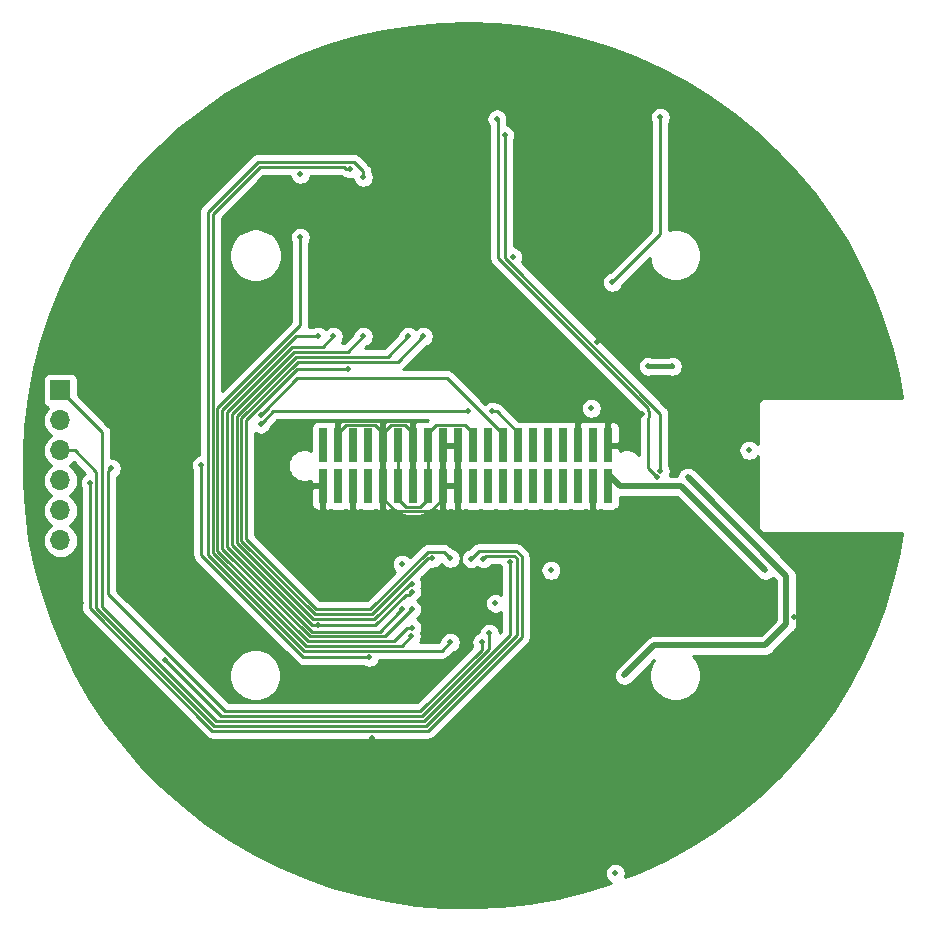
<source format=gbr>
G04 #@! TF.GenerationSoftware,KiCad,Pcbnew,(5.1.4)-1*
G04 #@! TF.CreationDate,2020-01-15T14:03:56-05:00*
G04 #@! TF.ProjectId,PDL_1920,50444c5f-3139-4323-902e-6b696361645f,rev?*
G04 #@! TF.SameCoordinates,Original*
G04 #@! TF.FileFunction,Copper,L3,Inr*
G04 #@! TF.FilePolarity,Positive*
%FSLAX46Y46*%
G04 Gerber Fmt 4.6, Leading zero omitted, Abs format (unit mm)*
G04 Created by KiCad (PCBNEW (5.1.4)-1) date 2020-01-15 14:03:56*
%MOMM*%
%LPD*%
G04 APERTURE LIST*
%ADD10R,0.740000X2.920000*%
%ADD11O,1.700000X1.700000*%
%ADD12R,1.700000X1.700000*%
%ADD13C,0.508000*%
%ADD14C,0.254000*%
%ADD15C,0.508000*%
%ADD16C,0.381000*%
G04 APERTURE END LIST*
D10*
X164465000Y-125314200D03*
X164465000Y-128744200D03*
X163195000Y-125314200D03*
X163195000Y-128744200D03*
X161925000Y-125314200D03*
X161925000Y-128744200D03*
X160655000Y-125314200D03*
X160655000Y-128744200D03*
X159385000Y-125314200D03*
X159385000Y-128744200D03*
X158115000Y-125314200D03*
X158115000Y-128744200D03*
X156845000Y-125314200D03*
X156845000Y-128744200D03*
X155575000Y-125314200D03*
X155575000Y-128744200D03*
X154305000Y-125314200D03*
X154305000Y-128744200D03*
X153035000Y-125314200D03*
X153035000Y-128744200D03*
X151765000Y-125314200D03*
X151765000Y-128744200D03*
X150495000Y-125314200D03*
X150495000Y-128744200D03*
X149225000Y-125314200D03*
X149225000Y-128744200D03*
X147955000Y-125314200D03*
X147955000Y-128744200D03*
X146685000Y-125314200D03*
X146685000Y-128744200D03*
X145415000Y-125314200D03*
X145415000Y-128744200D03*
X144145000Y-125314200D03*
X144145000Y-128744200D03*
X142875000Y-125314200D03*
X142875000Y-128744200D03*
X141605000Y-125314200D03*
X141605000Y-128744200D03*
X140335000Y-125314200D03*
X140335000Y-128744200D03*
D11*
X118110000Y-133350000D03*
X118110000Y-130810000D03*
X118110000Y-128270000D03*
X118110000Y-125730000D03*
X118110000Y-123190000D03*
D12*
X118110000Y-120650000D03*
D13*
X176529996Y-129286000D03*
X167386000Y-122682000D03*
X170434000Y-120142000D03*
X180213000Y-118745000D03*
X139700000Y-155194000D03*
X141986000Y-151892000D03*
X144526000Y-150114000D03*
X147066000Y-152400000D03*
X148082000Y-144272000D03*
X138252210Y-143941800D03*
X151993600Y-133350000D03*
X150622000Y-131953000D03*
X163576000Y-140335000D03*
X172974000Y-141224000D03*
X171958000Y-136144000D03*
X148590000Y-96520000D03*
X180213000Y-139827000D03*
X185801000Y-137795000D03*
X173863000Y-134620000D03*
X164719000Y-135509000D03*
X159766000Y-139700000D03*
X167005000Y-148971000D03*
X177673000Y-150622000D03*
X159893000Y-149606000D03*
X165354000Y-159512000D03*
X151384000Y-161798000D03*
X144145000Y-158242000D03*
X131445000Y-153670000D03*
X119888000Y-138684000D03*
X142113000Y-134366000D03*
X127000000Y-135128000D03*
X123698000Y-128397000D03*
X126746000Y-116205000D03*
X133985000Y-104140000D03*
X151511000Y-113792000D03*
X163576000Y-116586000D03*
X184658000Y-114681000D03*
X174244000Y-103505000D03*
X170688000Y-94869000D03*
X148463000Y-92964000D03*
X160528000Y-102235000D03*
X125349000Y-107061000D03*
X135382000Y-116967000D03*
X121285000Y-120777000D03*
X137033000Y-95377000D03*
X175260000Y-110871000D03*
X138049000Y-123952000D03*
X168656000Y-128016000D03*
X155067002Y-97662998D03*
X168910000Y-127508000D03*
X155727410Y-99059990D03*
X165862000Y-144780004D03*
X171208705Y-128003295D03*
X165100000Y-161544000D03*
X138430000Y-102362000D03*
X163068000Y-122174000D03*
X156393070Y-109343978D03*
X147040590Y-135356610D03*
X154946410Y-138677590D03*
X159639000Y-135890000D03*
X176402998Y-125730004D03*
X143764000Y-116078000D03*
X147842041Y-137681198D03*
X139954000Y-140538232D03*
X167894000Y-118618000D03*
X169926000Y-118618002D03*
X177799996Y-135890000D03*
X153796994Y-141986000D03*
X122427996Y-127254000D03*
X135060679Y-122741677D03*
X154431996Y-141224000D03*
X127000000Y-143510000D03*
X152654000Y-122428000D03*
X154686000Y-122428000D03*
X135060678Y-123503678D03*
X144272000Y-143256000D03*
X130047995Y-127000005D03*
X148844000Y-116078000D03*
X149605988Y-134874000D03*
X147574000Y-116078000D03*
X147854236Y-137020899D03*
X142494004Y-118872000D03*
X151130000Y-134874000D03*
X141224000Y-116078000D03*
X147065998Y-139192000D03*
X139954000Y-116078000D03*
X147840588Y-139194513D03*
X151130000Y-141986000D03*
X143764000Y-102616000D03*
X147828000Y-141477996D03*
X142624822Y-101879410D03*
X138430000Y-107696000D03*
X147845462Y-140733430D03*
X164846000Y-111506000D03*
X168910000Y-97536000D03*
X156209991Y-135178821D03*
X120624590Y-128524000D03*
X152908028Y-134899372D03*
X153931177Y-134901122D03*
D14*
X150495000Y-129807122D02*
X150495000Y-127744200D01*
X149412112Y-130890010D02*
X150495000Y-129807122D01*
X146497888Y-130890010D02*
X149412112Y-130890010D01*
X145415000Y-129807122D02*
X146497888Y-130890010D01*
X145415000Y-127744200D02*
X145415000Y-129807122D01*
X146091479Y-123574799D02*
X145415000Y-124251278D01*
X147278521Y-123574799D02*
X146091479Y-123574799D01*
X147955000Y-124251278D02*
X147278521Y-123574799D01*
X147955000Y-126314200D02*
X147955000Y-124251278D01*
X141605000Y-124251278D02*
X141605000Y-126314200D01*
X142281479Y-123574799D02*
X141605000Y-124251278D01*
X144738521Y-123574799D02*
X142281479Y-123574799D01*
X145415000Y-124251278D02*
X144738521Y-123574799D01*
X145415000Y-126314200D02*
X145415000Y-124251278D01*
X155194000Y-97789996D02*
X155067002Y-97662998D01*
X155194000Y-109474000D02*
X155194000Y-97789996D01*
X167894000Y-122174000D02*
X155194000Y-109474000D01*
X167894000Y-127254000D02*
X167894000Y-122963434D01*
X168656000Y-128016000D02*
X167894000Y-127254000D01*
X167894000Y-122963434D02*
X167919401Y-122938033D01*
X167919401Y-122938033D02*
X167919401Y-122425967D01*
X167919401Y-122425967D02*
X167894000Y-122400566D01*
X167894000Y-122400566D02*
X167894000Y-122174000D01*
X155727410Y-99419200D02*
X155727410Y-99059990D01*
X168910000Y-122615250D02*
X155727410Y-109432660D01*
X168910000Y-127508000D02*
X168910000Y-122615250D01*
X155727410Y-109432660D02*
X155727410Y-99419200D01*
D15*
X179578000Y-136372590D02*
X171462704Y-128257294D01*
X177800000Y-142240000D02*
X179578000Y-140462000D01*
X168402004Y-142240000D02*
X177800000Y-142240000D01*
X179578000Y-140462000D02*
X179578000Y-136372590D01*
X171462704Y-128257294D02*
X171208705Y-128003295D01*
X165862000Y-144780004D02*
X168402004Y-142240000D01*
D14*
X140313210Y-140538232D02*
X139954000Y-140538232D01*
X147588042Y-137935197D02*
X147335084Y-137935197D01*
X147335084Y-137935197D02*
X144732049Y-140538232D01*
X144732049Y-140538232D02*
X140313210Y-140538232D01*
X147842041Y-137681198D02*
X147588042Y-137935197D01*
X139594790Y-140538232D02*
X139954000Y-140538232D01*
X139414732Y-140538232D02*
X139594790Y-140538232D01*
X143764000Y-116078000D02*
X142443178Y-117398822D01*
X132613457Y-133736957D02*
X139414732Y-140538232D01*
X132613457Y-122682856D02*
X132613457Y-133736957D01*
X142443178Y-117398822D02*
X137897491Y-117398822D01*
X137897491Y-117398822D02*
X132613457Y-122682856D01*
D16*
X167894000Y-118618000D02*
X169925998Y-118618000D01*
X169925998Y-118618000D02*
X169926000Y-118618002D01*
D15*
X177799996Y-135889996D02*
X177799996Y-135890000D01*
X170688000Y-128778000D02*
X177799996Y-135889996D01*
X164465000Y-127744200D02*
X165498800Y-128778000D01*
X165498800Y-128778000D02*
X170688000Y-128778000D01*
D14*
X153796994Y-142621006D02*
X153796994Y-141986000D01*
X148590000Y-147828000D02*
X153796994Y-142621006D01*
X132080000Y-147828000D02*
X148590000Y-147828000D01*
X122174000Y-137922000D02*
X132080000Y-147828000D01*
X122427996Y-127254000D02*
X122174000Y-127507996D01*
X122174000Y-127507996D02*
X122174000Y-137922000D01*
X155575000Y-126314200D02*
X155575000Y-124333000D01*
X150876000Y-119634000D02*
X138168356Y-119634000D01*
X138168356Y-119634000D02*
X135314678Y-122487678D01*
X155575000Y-124333000D02*
X150876000Y-119634000D01*
X135314678Y-122487678D02*
X135060679Y-122741677D01*
X131724411Y-148234411D02*
X148758340Y-148234411D01*
X127000000Y-143510000D02*
X131724411Y-148234411D01*
X148758340Y-148234411D02*
X154431996Y-142560755D01*
X154431996Y-141583210D02*
X154431996Y-141224000D01*
X154431996Y-142560755D02*
X154431996Y-141583210D01*
X156845000Y-124227790D02*
X156845000Y-126314200D01*
X155045210Y-122428000D02*
X156845000Y-124227790D01*
X154686000Y-122428000D02*
X155045210Y-122428000D01*
X135314677Y-123249679D02*
X135060678Y-123503678D01*
X136136356Y-122428000D02*
X135314677Y-123249679D01*
X152654000Y-122428000D02*
X136136356Y-122428000D01*
X143912790Y-143256000D02*
X144272000Y-143256000D01*
X130047995Y-127000005D02*
X130047995Y-134619995D01*
X138684000Y-143256000D02*
X143912790Y-143256000D01*
X130047995Y-134619995D02*
X138684000Y-143256000D01*
X149225000Y-127744200D02*
X149225000Y-126314200D01*
X146685000Y-127744200D02*
X146685000Y-126314200D01*
X149901479Y-123574799D02*
X149225000Y-124251278D01*
X152358521Y-123574799D02*
X149901479Y-123574799D01*
X153035000Y-124251278D02*
X152358521Y-123574799D01*
X153035000Y-126314200D02*
X153035000Y-124251278D01*
X149225000Y-124251278D02*
X149225000Y-126314200D01*
X146685000Y-129807122D02*
X146685000Y-127744200D01*
X147361479Y-130483601D02*
X146685000Y-129807122D01*
X148548521Y-130483601D02*
X147361479Y-130483601D01*
X149225000Y-129807122D02*
X148548521Y-130483601D01*
X149225000Y-127744200D02*
X149225000Y-129807122D01*
X149246778Y-134874000D02*
X149605988Y-134874000D01*
X144522367Y-139598411D02*
X149246778Y-134874000D01*
X133426279Y-133400279D02*
X139624411Y-139598411D01*
X146710356Y-118211644D02*
X138234171Y-118211644D01*
X133426279Y-123019536D02*
X133426279Y-133400279D01*
X139624411Y-139598411D02*
X144522367Y-139598411D01*
X138234171Y-118211644D02*
X133426279Y-123019536D01*
X148844000Y-116078000D02*
X146710356Y-118211644D01*
X144690708Y-140004822D02*
X147674631Y-137020899D01*
X133019868Y-122851196D02*
X133019868Y-133568618D01*
X138065831Y-117805233D02*
X133019868Y-122851196D01*
X145846767Y-117805233D02*
X138065831Y-117805233D01*
X147574000Y-116078000D02*
X145846767Y-117805233D01*
X139456072Y-140004822D02*
X144690708Y-140004822D01*
X133019868Y-133568618D02*
X139456072Y-140004822D01*
X147674631Y-137020899D02*
X147854236Y-137020899D01*
X149205429Y-134340599D02*
X150596599Y-134340599D01*
X144354028Y-139192000D02*
X149205429Y-134340599D01*
X133832690Y-133231940D02*
X139792750Y-139192000D01*
X142494004Y-118872000D02*
X138148566Y-118872000D01*
X133832690Y-123187876D02*
X133832690Y-133231940D01*
X139792750Y-139192000D02*
X144354028Y-139192000D01*
X150596599Y-134340599D02*
X150876001Y-134620001D01*
X150876001Y-134620001D02*
X151130000Y-134874000D01*
X138148566Y-118872000D02*
X133832690Y-123187876D01*
X145186364Y-141071634D02*
X146811999Y-139445999D01*
X139373384Y-141071634D02*
X145186364Y-141071634D01*
X132207046Y-133905296D02*
X139373384Y-141071634D01*
X132207046Y-122514516D02*
X132207046Y-133905296D01*
X141224000Y-116078000D02*
X140309589Y-116992411D01*
X146811999Y-139445999D02*
X147065998Y-139192000D01*
X137729151Y-116992411D02*
X132207046Y-122514516D01*
X140309589Y-116992411D02*
X137729151Y-116992411D01*
X147586589Y-139448512D02*
X147840588Y-139194513D01*
X145557056Y-141478045D02*
X147586589Y-139448512D01*
X139205045Y-141478045D02*
X145557056Y-141478045D01*
X131800635Y-122346176D02*
X131800635Y-134073635D01*
X131800635Y-134073635D02*
X139205045Y-141478045D01*
X139954000Y-116078000D02*
X138068811Y-116078000D01*
X138068811Y-116078000D02*
X131800635Y-122346176D01*
X143764000Y-102108000D02*
X143764000Y-102256790D01*
X143002000Y-101346000D02*
X143764000Y-102108000D01*
X134807249Y-101346000D02*
X143002000Y-101346000D01*
X130606822Y-105546427D02*
X134807249Y-101346000D01*
X130606822Y-121815736D02*
X130606822Y-105546427D01*
X130581402Y-134578652D02*
X130581402Y-121841156D01*
X138700028Y-142697278D02*
X130581402Y-134578652D01*
X130581402Y-121841156D02*
X130606822Y-121815736D01*
X151130000Y-141986000D02*
X150418722Y-142697278D01*
X143764000Y-102256790D02*
X143764000Y-102616000D01*
X150418722Y-142697278D02*
X138700028Y-142697278D01*
X130987813Y-122009496D02*
X131013233Y-121984076D01*
X138868367Y-142290867D02*
X130987813Y-134410313D01*
X142138613Y-101752411D02*
X142265612Y-101879410D01*
X147828000Y-141477996D02*
X147015129Y-142290867D01*
X147015129Y-142290867D02*
X138868367Y-142290867D01*
X130987813Y-134410313D02*
X130987813Y-122009496D01*
X131013233Y-121984076D02*
X131013233Y-105714767D01*
X131013233Y-105714767D02*
X134975589Y-101752411D01*
X134975589Y-101752411D02*
X142138613Y-101752411D01*
X142265612Y-101879410D02*
X142624822Y-101879410D01*
X147486252Y-140733430D02*
X147845462Y-140733430D01*
X138430000Y-107696000D02*
X138430000Y-115142060D01*
X138430000Y-115142060D02*
X131394224Y-122177836D01*
X146335226Y-141884456D02*
X147486252Y-140733430D01*
X131394224Y-122177836D02*
X131394224Y-134241974D01*
X131394224Y-134241974D02*
X139036706Y-141884456D01*
X139036706Y-141884456D02*
X146335226Y-141884456D01*
X168910000Y-107442000D02*
X168910000Y-97895210D01*
X164846000Y-111506000D02*
X168910000Y-107442000D01*
X168910000Y-97895210D02*
X168910000Y-97536000D01*
X156209991Y-135538031D02*
X156209991Y-135178821D01*
X118110000Y-120650000D02*
X121666000Y-124206000D01*
X131302071Y-148640822D02*
X148926680Y-148640822D01*
X121666000Y-139004751D02*
X131302071Y-148640822D01*
X148926680Y-148640822D02*
X156209991Y-141357511D01*
X121666000Y-124206000D02*
X121666000Y-139004751D01*
X156209991Y-141357511D02*
X156209991Y-135538031D01*
X120624590Y-128524000D02*
X120624590Y-139112843D01*
X120624590Y-139112843D02*
X130965391Y-149453644D01*
X153568410Y-134238990D02*
X153162027Y-134645373D01*
X149263360Y-149453644D02*
X157149812Y-141567192D01*
X153162027Y-134645373D02*
X152908028Y-134899372D01*
X156685175Y-134238990D02*
X153568410Y-134238990D01*
X130965391Y-149453644D02*
X149263360Y-149453644D01*
X157149812Y-134703627D02*
X156685175Y-134238990D01*
X157149812Y-141567192D02*
X157149812Y-134703627D01*
X154185176Y-134647123D02*
X153931177Y-134901122D01*
X154186898Y-134645401D02*
X154185176Y-134647123D01*
X156516835Y-134645401D02*
X154186898Y-134645401D01*
X156743401Y-134871967D02*
X156516835Y-134645401D01*
X119312081Y-125730000D02*
X121158000Y-127575919D01*
X118110000Y-125730000D02*
X119312081Y-125730000D01*
X121158000Y-127575919D02*
X121158000Y-139071502D01*
X121158000Y-139071502D02*
X131133731Y-149047233D01*
X156743401Y-141398852D02*
X156743401Y-134871967D01*
X131133731Y-149047233D02*
X149095020Y-149047233D01*
X149095020Y-149047233D02*
X156743401Y-141398852D01*
G36*
X155053169Y-89669787D02*
G01*
X157456648Y-89918813D01*
X159839047Y-90322423D01*
X162190426Y-90878930D01*
X164500981Y-91586015D01*
X166761110Y-92440737D01*
X168961372Y-93439530D01*
X171092581Y-94578224D01*
X173145879Y-95852083D01*
X175112682Y-97255788D01*
X176984802Y-98783486D01*
X178754431Y-100428811D01*
X180414195Y-102184902D01*
X181957189Y-104044463D01*
X183376949Y-105999696D01*
X184667581Y-108042485D01*
X185823697Y-110164305D01*
X186840473Y-112356300D01*
X187713680Y-114609353D01*
X188439666Y-116914037D01*
X189015417Y-119260794D01*
X189370978Y-121260000D01*
X177832419Y-121260000D01*
X177800000Y-121256807D01*
X177767581Y-121260000D01*
X177670617Y-121269550D01*
X177546207Y-121307290D01*
X177431550Y-121368575D01*
X177331052Y-121451052D01*
X177248575Y-121551550D01*
X177187290Y-121666207D01*
X177149550Y-121790617D01*
X177136807Y-121920000D01*
X177140000Y-121952419D01*
X177140000Y-125232849D01*
X177093529Y-125163300D01*
X176969702Y-125039473D01*
X176824097Y-124942183D01*
X176662310Y-124875168D01*
X176490557Y-124841004D01*
X176315439Y-124841004D01*
X176143686Y-124875168D01*
X175981899Y-124942183D01*
X175836294Y-125039473D01*
X175712467Y-125163300D01*
X175615177Y-125308905D01*
X175548162Y-125470692D01*
X175513998Y-125642445D01*
X175513998Y-125817563D01*
X175548162Y-125989316D01*
X175615177Y-126151103D01*
X175712467Y-126296708D01*
X175836294Y-126420535D01*
X175981899Y-126517825D01*
X176143686Y-126584840D01*
X176315439Y-126619004D01*
X176490557Y-126619004D01*
X176662310Y-126584840D01*
X176824097Y-126517825D01*
X176969702Y-126420535D01*
X177093529Y-126296708D01*
X177140000Y-126227158D01*
X177140001Y-132047571D01*
X177136807Y-132080000D01*
X177149550Y-132209383D01*
X177187290Y-132333793D01*
X177248575Y-132448450D01*
X177331052Y-132548948D01*
X177431550Y-132631425D01*
X177546207Y-132692710D01*
X177670617Y-132730450D01*
X177767581Y-132740000D01*
X177800000Y-132743193D01*
X177832419Y-132740000D01*
X189364565Y-132740000D01*
X189090508Y-134375008D01*
X188538103Y-136727362D01*
X187835045Y-139039174D01*
X186984275Y-141300771D01*
X185989328Y-143502763D01*
X184854358Y-145635953D01*
X183584084Y-147691473D01*
X182183813Y-149660729D01*
X180659387Y-151535508D01*
X179017145Y-153308016D01*
X177263944Y-154970849D01*
X175407095Y-156517075D01*
X173454326Y-157940257D01*
X171413804Y-159234445D01*
X169294022Y-160394253D01*
X167103780Y-161414866D01*
X165925619Y-161873848D01*
X165954836Y-161803312D01*
X165989000Y-161631559D01*
X165989000Y-161456441D01*
X165954836Y-161284688D01*
X165887821Y-161122901D01*
X165790531Y-160977296D01*
X165666704Y-160853469D01*
X165521099Y-160756179D01*
X165359312Y-160689164D01*
X165187559Y-160655000D01*
X165012441Y-160655000D01*
X164840688Y-160689164D01*
X164678901Y-160756179D01*
X164533296Y-160853469D01*
X164409469Y-160977296D01*
X164312179Y-161122901D01*
X164245164Y-161284688D01*
X164211000Y-161456441D01*
X164211000Y-161631559D01*
X164245164Y-161803312D01*
X164312179Y-161965099D01*
X164409469Y-162110704D01*
X164533296Y-162234531D01*
X164678901Y-162331821D01*
X164699583Y-162340388D01*
X162548839Y-163022010D01*
X160203103Y-163601855D01*
X157824836Y-164029115D01*
X155423968Y-164302007D01*
X153010466Y-164419399D01*
X150594434Y-164380798D01*
X148185920Y-164186365D01*
X145795005Y-163836913D01*
X143431584Y-163333891D01*
X141105566Y-162679405D01*
X138826644Y-161876183D01*
X136604290Y-160927565D01*
X134447791Y-159837514D01*
X132366132Y-158610572D01*
X130367988Y-157251852D01*
X128461676Y-155767009D01*
X126655181Y-154162261D01*
X124956000Y-152444273D01*
X123371228Y-150620214D01*
X121907462Y-148697678D01*
X120570819Y-146684700D01*
X119366868Y-144589665D01*
X118300618Y-142421291D01*
X117376526Y-140188647D01*
X116598434Y-137901009D01*
X115969591Y-135567928D01*
X115492617Y-133199131D01*
X115169502Y-130804486D01*
X115001592Y-128393982D01*
X114989587Y-125977677D01*
X115133538Y-123565618D01*
X115180426Y-123190000D01*
X116617815Y-123190000D01*
X116646487Y-123481111D01*
X116731401Y-123761034D01*
X116869294Y-124019014D01*
X117054866Y-124245134D01*
X117280986Y-124430706D01*
X117335791Y-124460000D01*
X117280986Y-124489294D01*
X117054866Y-124674866D01*
X116869294Y-124900986D01*
X116731401Y-125158966D01*
X116646487Y-125438889D01*
X116617815Y-125730000D01*
X116646487Y-126021111D01*
X116731401Y-126301034D01*
X116869294Y-126559014D01*
X117054866Y-126785134D01*
X117280986Y-126970706D01*
X117335791Y-127000000D01*
X117280986Y-127029294D01*
X117054866Y-127214866D01*
X116869294Y-127440986D01*
X116731401Y-127698966D01*
X116646487Y-127978889D01*
X116617815Y-128270000D01*
X116646487Y-128561111D01*
X116731401Y-128841034D01*
X116869294Y-129099014D01*
X117054866Y-129325134D01*
X117280986Y-129510706D01*
X117335791Y-129540000D01*
X117280986Y-129569294D01*
X117054866Y-129754866D01*
X116869294Y-129980986D01*
X116731401Y-130238966D01*
X116646487Y-130518889D01*
X116617815Y-130810000D01*
X116646487Y-131101111D01*
X116731401Y-131381034D01*
X116869294Y-131639014D01*
X117054866Y-131865134D01*
X117280986Y-132050706D01*
X117335791Y-132080000D01*
X117280986Y-132109294D01*
X117054866Y-132294866D01*
X116869294Y-132520986D01*
X116731401Y-132778966D01*
X116646487Y-133058889D01*
X116617815Y-133350000D01*
X116646487Y-133641111D01*
X116731401Y-133921034D01*
X116869294Y-134179014D01*
X117054866Y-134405134D01*
X117280986Y-134590706D01*
X117538966Y-134728599D01*
X117818889Y-134813513D01*
X118037050Y-134835000D01*
X118182950Y-134835000D01*
X118401111Y-134813513D01*
X118681034Y-134728599D01*
X118939014Y-134590706D01*
X119165134Y-134405134D01*
X119350706Y-134179014D01*
X119488599Y-133921034D01*
X119573513Y-133641111D01*
X119602185Y-133350000D01*
X119573513Y-133058889D01*
X119488599Y-132778966D01*
X119350706Y-132520986D01*
X119165134Y-132294866D01*
X118939014Y-132109294D01*
X118884209Y-132080000D01*
X118939014Y-132050706D01*
X119165134Y-131865134D01*
X119350706Y-131639014D01*
X119488599Y-131381034D01*
X119573513Y-131101111D01*
X119602185Y-130810000D01*
X119573513Y-130518889D01*
X119488599Y-130238966D01*
X119350706Y-129980986D01*
X119165134Y-129754866D01*
X118939014Y-129569294D01*
X118884209Y-129540000D01*
X118939014Y-129510706D01*
X119165134Y-129325134D01*
X119350706Y-129099014D01*
X119488599Y-128841034D01*
X119573513Y-128561111D01*
X119602185Y-128270000D01*
X119573513Y-127978889D01*
X119488599Y-127698966D01*
X119350706Y-127440986D01*
X119165134Y-127214866D01*
X118939014Y-127029294D01*
X118884209Y-127000000D01*
X118939014Y-126970706D01*
X119165134Y-126785134D01*
X119221231Y-126716780D01*
X120229752Y-127725301D01*
X120203491Y-127736179D01*
X120057886Y-127833469D01*
X119934059Y-127957296D01*
X119836769Y-128102901D01*
X119769754Y-128264688D01*
X119735590Y-128436441D01*
X119735590Y-128611559D01*
X119769754Y-128783312D01*
X119836769Y-128945099D01*
X119862590Y-128983743D01*
X119862591Y-139075410D01*
X119858904Y-139112843D01*
X119873617Y-139262221D01*
X119917189Y-139405858D01*
X119987945Y-139538235D01*
X120056494Y-139621761D01*
X120083169Y-139654265D01*
X120112239Y-139678122D01*
X130400112Y-149965996D01*
X130423969Y-149995066D01*
X130539999Y-150090289D01*
X130672376Y-150161046D01*
X130816013Y-150204618D01*
X130927965Y-150215644D01*
X130927967Y-150215644D01*
X130965390Y-150219330D01*
X131002813Y-150215644D01*
X149225937Y-150215644D01*
X149263360Y-150219330D01*
X149300783Y-150215644D01*
X149300786Y-150215644D01*
X149412738Y-150204618D01*
X149556375Y-150161046D01*
X149688752Y-150090289D01*
X149804782Y-149995066D01*
X149828644Y-149965990D01*
X157662165Y-142132470D01*
X157691234Y-142108614D01*
X157786457Y-141992584D01*
X157857214Y-141860207D01*
X157900786Y-141716570D01*
X157911812Y-141604618D01*
X157911812Y-141604616D01*
X157915498Y-141567193D01*
X157911812Y-141529770D01*
X157911812Y-135802441D01*
X158750000Y-135802441D01*
X158750000Y-135977559D01*
X158784164Y-136149312D01*
X158851179Y-136311099D01*
X158948469Y-136456704D01*
X159072296Y-136580531D01*
X159217901Y-136677821D01*
X159379688Y-136744836D01*
X159551441Y-136779000D01*
X159726559Y-136779000D01*
X159898312Y-136744836D01*
X160060099Y-136677821D01*
X160205704Y-136580531D01*
X160329531Y-136456704D01*
X160426821Y-136311099D01*
X160493836Y-136149312D01*
X160528000Y-135977559D01*
X160528000Y-135802441D01*
X160493836Y-135630688D01*
X160426821Y-135468901D01*
X160329531Y-135323296D01*
X160205704Y-135199469D01*
X160060099Y-135102179D01*
X159898312Y-135035164D01*
X159726559Y-135001000D01*
X159551441Y-135001000D01*
X159379688Y-135035164D01*
X159217901Y-135102179D01*
X159072296Y-135199469D01*
X158948469Y-135323296D01*
X158851179Y-135468901D01*
X158784164Y-135630688D01*
X158750000Y-135802441D01*
X157911812Y-135802441D01*
X157911812Y-134741050D01*
X157915498Y-134703627D01*
X157909933Y-134647123D01*
X157900786Y-134554249D01*
X157857214Y-134410612D01*
X157819791Y-134340599D01*
X157786457Y-134278234D01*
X157751239Y-134235322D01*
X157691234Y-134162205D01*
X157662158Y-134138343D01*
X157250459Y-133726644D01*
X157226597Y-133697568D01*
X157110567Y-133602345D01*
X156978190Y-133531588D01*
X156834553Y-133488016D01*
X156722601Y-133476990D01*
X156722598Y-133476990D01*
X156685175Y-133473304D01*
X156647752Y-133476990D01*
X153605832Y-133476990D01*
X153568409Y-133473304D01*
X153530986Y-133476990D01*
X153530984Y-133476990D01*
X153419032Y-133488016D01*
X153275395Y-133531588D01*
X153143018Y-133602345D01*
X153026988Y-133697568D01*
X153003126Y-133726644D01*
X152694302Y-134035468D01*
X152648716Y-134044536D01*
X152486929Y-134111551D01*
X152341324Y-134208841D01*
X152217497Y-134332668D01*
X152120207Y-134478273D01*
X152053192Y-134640060D01*
X152019028Y-134811813D01*
X152019028Y-134986931D01*
X152053192Y-135158684D01*
X152120207Y-135320471D01*
X152217497Y-135466076D01*
X152341324Y-135589903D01*
X152486929Y-135687193D01*
X152648716Y-135754208D01*
X152820469Y-135788372D01*
X152995587Y-135788372D01*
X153167340Y-135754208D01*
X153329127Y-135687193D01*
X153418293Y-135627614D01*
X153510078Y-135688943D01*
X153671865Y-135755958D01*
X153843618Y-135790122D01*
X154018736Y-135790122D01*
X154190489Y-135755958D01*
X154352276Y-135688943D01*
X154497881Y-135591653D01*
X154621708Y-135467826D01*
X154662083Y-135407401D01*
X155349042Y-135407401D01*
X155355155Y-135438133D01*
X155422170Y-135599920D01*
X155447992Y-135638565D01*
X155447992Y-137943546D01*
X155367509Y-137889769D01*
X155205722Y-137822754D01*
X155033969Y-137788590D01*
X154858851Y-137788590D01*
X154687098Y-137822754D01*
X154525311Y-137889769D01*
X154379706Y-137987059D01*
X154255879Y-138110886D01*
X154158589Y-138256491D01*
X154091574Y-138418278D01*
X154057410Y-138590031D01*
X154057410Y-138765149D01*
X154091574Y-138936902D01*
X154158589Y-139098689D01*
X154255879Y-139244294D01*
X154379706Y-139368121D01*
X154525311Y-139465411D01*
X154687098Y-139532426D01*
X154858851Y-139566590D01*
X155033969Y-139566590D01*
X155205722Y-139532426D01*
X155367509Y-139465411D01*
X155447991Y-139411635D01*
X155447991Y-141041880D01*
X155320996Y-141168875D01*
X155320996Y-141136441D01*
X155286832Y-140964688D01*
X155219817Y-140802901D01*
X155122527Y-140657296D01*
X154998700Y-140533469D01*
X154853095Y-140436179D01*
X154691308Y-140369164D01*
X154519555Y-140335000D01*
X154344437Y-140335000D01*
X154172684Y-140369164D01*
X154010897Y-140436179D01*
X153865292Y-140533469D01*
X153741465Y-140657296D01*
X153644175Y-140802901D01*
X153577160Y-140964688D01*
X153544308Y-141129846D01*
X153537682Y-141131164D01*
X153375895Y-141198179D01*
X153230290Y-141295469D01*
X153106463Y-141419296D01*
X153009173Y-141564901D01*
X152942158Y-141726688D01*
X152907994Y-141898441D01*
X152907994Y-142073559D01*
X152942158Y-142245312D01*
X152986942Y-142353428D01*
X148274370Y-147066000D01*
X132395630Y-147066000D01*
X129893600Y-144563970D01*
X132426613Y-144563970D01*
X132426613Y-144996030D01*
X132510904Y-145419787D01*
X132676246Y-145818958D01*
X132916285Y-146178203D01*
X133221797Y-146483715D01*
X133581042Y-146723754D01*
X133980213Y-146889096D01*
X134403970Y-146973387D01*
X134836030Y-146973387D01*
X135259787Y-146889096D01*
X135658958Y-146723754D01*
X136018203Y-146483715D01*
X136323715Y-146178203D01*
X136563754Y-145818958D01*
X136729096Y-145419787D01*
X136813387Y-144996030D01*
X136813387Y-144563970D01*
X136729096Y-144140213D01*
X136563754Y-143741042D01*
X136323715Y-143381797D01*
X136018203Y-143076285D01*
X135658958Y-142836246D01*
X135259787Y-142670904D01*
X134836030Y-142586613D01*
X134403970Y-142586613D01*
X133980213Y-142670904D01*
X133581042Y-142836246D01*
X133221797Y-143076285D01*
X132916285Y-143381797D01*
X132676246Y-143741042D01*
X132510904Y-144140213D01*
X132426613Y-144563970D01*
X129893600Y-144563970D01*
X122936000Y-137606370D01*
X122936000Y-127983753D01*
X122994700Y-127944531D01*
X123118527Y-127820704D01*
X123215817Y-127675099D01*
X123282832Y-127513312D01*
X123316996Y-127341559D01*
X123316996Y-127166441D01*
X123282832Y-126994688D01*
X123248766Y-126912446D01*
X129158995Y-126912446D01*
X129158995Y-127087564D01*
X129193159Y-127259317D01*
X129260174Y-127421104D01*
X129285995Y-127459748D01*
X129285996Y-134582562D01*
X129282309Y-134619995D01*
X129297022Y-134769373D01*
X129340594Y-134913010D01*
X129411350Y-135045387D01*
X129470709Y-135117715D01*
X129506574Y-135161417D01*
X129535644Y-135185274D01*
X138118721Y-143768352D01*
X138142578Y-143797422D01*
X138258608Y-143892645D01*
X138390985Y-143963402D01*
X138534622Y-144006974D01*
X138646574Y-144018000D01*
X138646576Y-144018000D01*
X138683999Y-144021686D01*
X138721422Y-144018000D01*
X143812257Y-144018000D01*
X143850901Y-144043821D01*
X144012688Y-144110836D01*
X144184441Y-144145000D01*
X144359559Y-144145000D01*
X144531312Y-144110836D01*
X144693099Y-144043821D01*
X144838704Y-143946531D01*
X144962531Y-143822704D01*
X145059821Y-143677099D01*
X145126836Y-143515312D01*
X145137982Y-143459278D01*
X150381299Y-143459278D01*
X150418722Y-143462964D01*
X150456145Y-143459278D01*
X150456148Y-143459278D01*
X150568100Y-143448252D01*
X150711737Y-143404680D01*
X150844114Y-143333923D01*
X150960144Y-143238700D01*
X150984005Y-143209625D01*
X151343727Y-142849903D01*
X151389312Y-142840836D01*
X151551099Y-142773821D01*
X151696704Y-142676531D01*
X151820531Y-142552704D01*
X151917821Y-142407099D01*
X151984836Y-142245312D01*
X152019000Y-142073559D01*
X152019000Y-141898441D01*
X151984836Y-141726688D01*
X151917821Y-141564901D01*
X151820531Y-141419296D01*
X151696704Y-141295469D01*
X151551099Y-141198179D01*
X151389312Y-141131164D01*
X151217559Y-141097000D01*
X151042441Y-141097000D01*
X150870688Y-141131164D01*
X150708901Y-141198179D01*
X150563296Y-141295469D01*
X150439469Y-141419296D01*
X150342179Y-141564901D01*
X150275164Y-141726688D01*
X150266097Y-141772273D01*
X150103092Y-141935278D01*
X148591644Y-141935278D01*
X148615821Y-141899095D01*
X148682836Y-141737308D01*
X148717000Y-141565555D01*
X148717000Y-141390437D01*
X148682836Y-141218684D01*
X148644772Y-141126791D01*
X148700298Y-140992742D01*
X148734462Y-140820989D01*
X148734462Y-140645871D01*
X148700298Y-140474118D01*
X148633283Y-140312331D01*
X148535993Y-140166726D01*
X148412166Y-140042899D01*
X148291605Y-139962343D01*
X148407292Y-139885044D01*
X148531119Y-139761217D01*
X148628409Y-139615612D01*
X148695424Y-139453825D01*
X148729588Y-139282072D01*
X148729588Y-139106954D01*
X148695424Y-138935201D01*
X148628409Y-138773414D01*
X148531119Y-138627809D01*
X148407292Y-138503982D01*
X148309053Y-138438341D01*
X148408745Y-138371729D01*
X148532572Y-138247902D01*
X148629862Y-138102297D01*
X148696877Y-137940510D01*
X148731041Y-137768757D01*
X148731041Y-137593639D01*
X148696877Y-137421886D01*
X148673632Y-137365769D01*
X148709072Y-137280211D01*
X148743236Y-137108458D01*
X148743236Y-136933340D01*
X148709072Y-136761587D01*
X148642057Y-136599800D01*
X148624654Y-136573755D01*
X149449183Y-135749226D01*
X149518429Y-135763000D01*
X149693547Y-135763000D01*
X149865300Y-135728836D01*
X150027087Y-135661821D01*
X150172692Y-135564531D01*
X150296519Y-135440704D01*
X150367994Y-135333734D01*
X150439469Y-135440704D01*
X150563296Y-135564531D01*
X150708901Y-135661821D01*
X150870688Y-135728836D01*
X151042441Y-135763000D01*
X151217559Y-135763000D01*
X151389312Y-135728836D01*
X151551099Y-135661821D01*
X151696704Y-135564531D01*
X151820531Y-135440704D01*
X151917821Y-135295099D01*
X151984836Y-135133312D01*
X152019000Y-134961559D01*
X152019000Y-134786441D01*
X151984836Y-134614688D01*
X151917821Y-134452901D01*
X151820531Y-134307296D01*
X151696704Y-134183469D01*
X151551099Y-134086179D01*
X151389312Y-134019164D01*
X151343726Y-134010096D01*
X151161883Y-133828253D01*
X151138021Y-133799177D01*
X151021991Y-133703954D01*
X150889614Y-133633197D01*
X150745977Y-133589625D01*
X150634025Y-133578599D01*
X150634022Y-133578599D01*
X150596599Y-133574913D01*
X150559176Y-133578599D01*
X149242851Y-133578599D01*
X149205428Y-133574913D01*
X149168005Y-133578599D01*
X149168003Y-133578599D01*
X149056051Y-133589625D01*
X148912414Y-133633197D01*
X148780037Y-133703954D01*
X148664007Y-133799177D01*
X148640150Y-133828247D01*
X147704806Y-134763591D01*
X147607294Y-134666079D01*
X147461689Y-134568789D01*
X147299902Y-134501774D01*
X147128149Y-134467610D01*
X146953031Y-134467610D01*
X146781278Y-134501774D01*
X146619491Y-134568789D01*
X146473886Y-134666079D01*
X146350059Y-134789906D01*
X146252769Y-134935511D01*
X146185754Y-135097298D01*
X146151590Y-135269051D01*
X146151590Y-135444169D01*
X146185754Y-135615922D01*
X146252769Y-135777709D01*
X146350059Y-135923314D01*
X146447571Y-136020826D01*
X144038398Y-138430000D01*
X140108380Y-138430000D01*
X134594690Y-132916310D01*
X134594690Y-130204200D01*
X139326928Y-130204200D01*
X139339188Y-130328682D01*
X139375498Y-130448380D01*
X139434463Y-130558694D01*
X139513815Y-130655385D01*
X139610506Y-130734737D01*
X139720820Y-130793702D01*
X139840518Y-130830012D01*
X139965000Y-130842272D01*
X140049250Y-130839200D01*
X140208000Y-130680450D01*
X140208000Y-128871200D01*
X139488750Y-128871200D01*
X139330000Y-129029950D01*
X139326928Y-130204200D01*
X134594690Y-130204200D01*
X134594690Y-126892789D01*
X137360000Y-126892789D01*
X137360000Y-127165611D01*
X137413225Y-127433189D01*
X137517629Y-127685243D01*
X137669201Y-127912086D01*
X137862114Y-128104999D01*
X138088957Y-128256571D01*
X138341011Y-128360975D01*
X138608589Y-128414200D01*
X138881411Y-128414200D01*
X139148989Y-128360975D01*
X139329549Y-128286185D01*
X139330000Y-128458450D01*
X139488750Y-128617200D01*
X140208000Y-128617200D01*
X140208000Y-128597200D01*
X140462000Y-128597200D01*
X140462000Y-128617200D01*
X140482000Y-128617200D01*
X140482000Y-128871200D01*
X140462000Y-128871200D01*
X140462000Y-130680450D01*
X140620750Y-130839200D01*
X140705000Y-130842272D01*
X140829482Y-130830012D01*
X140949180Y-130793702D01*
X140970000Y-130782573D01*
X140990820Y-130793702D01*
X141110518Y-130830012D01*
X141235000Y-130842272D01*
X141975000Y-130842272D01*
X142099482Y-130830012D01*
X142219180Y-130793702D01*
X142240000Y-130782573D01*
X142260820Y-130793702D01*
X142380518Y-130830012D01*
X142505000Y-130842272D01*
X142589250Y-130839200D01*
X142748000Y-130680450D01*
X142748000Y-128871200D01*
X142728000Y-128871200D01*
X142728000Y-128617200D01*
X142748000Y-128617200D01*
X142748000Y-128597200D01*
X143002000Y-128597200D01*
X143002000Y-128617200D01*
X143022000Y-128617200D01*
X143022000Y-128871200D01*
X143002000Y-128871200D01*
X143002000Y-130680450D01*
X143160750Y-130839200D01*
X143245000Y-130842272D01*
X143369482Y-130830012D01*
X143489180Y-130793702D01*
X143510000Y-130782573D01*
X143530820Y-130793702D01*
X143650518Y-130830012D01*
X143775000Y-130842272D01*
X144515000Y-130842272D01*
X144639482Y-130830012D01*
X144759180Y-130793702D01*
X144780000Y-130782573D01*
X144800820Y-130793702D01*
X144920518Y-130830012D01*
X145045000Y-130842272D01*
X145129250Y-130839200D01*
X145288000Y-130680450D01*
X145288000Y-128871200D01*
X145268000Y-128871200D01*
X145268000Y-128617200D01*
X145288000Y-128617200D01*
X145288000Y-125441200D01*
X145268000Y-125441200D01*
X145268000Y-125187200D01*
X145288000Y-125187200D01*
X145288000Y-123377950D01*
X145129250Y-123219200D01*
X145045000Y-123216128D01*
X144920518Y-123228388D01*
X144800820Y-123264698D01*
X144780000Y-123275827D01*
X144759180Y-123264698D01*
X144639482Y-123228388D01*
X144515000Y-123216128D01*
X143775000Y-123216128D01*
X143650518Y-123228388D01*
X143530820Y-123264698D01*
X143510000Y-123275827D01*
X143489180Y-123264698D01*
X143369482Y-123228388D01*
X143245000Y-123216128D01*
X142505000Y-123216128D01*
X142380518Y-123228388D01*
X142260820Y-123264698D01*
X142240000Y-123275827D01*
X142219180Y-123264698D01*
X142099482Y-123228388D01*
X141975000Y-123216128D01*
X141890750Y-123219200D01*
X141732000Y-123377950D01*
X141732000Y-125187200D01*
X141752000Y-125187200D01*
X141752000Y-125441200D01*
X141732000Y-125441200D01*
X141732000Y-125461200D01*
X141478000Y-125461200D01*
X141478000Y-125441200D01*
X141458000Y-125441200D01*
X141458000Y-125187200D01*
X141478000Y-125187200D01*
X141478000Y-123377950D01*
X141319250Y-123219200D01*
X141235000Y-123216128D01*
X141110518Y-123228388D01*
X140990820Y-123264698D01*
X140970000Y-123275827D01*
X140949180Y-123264698D01*
X140829482Y-123228388D01*
X140705000Y-123216128D01*
X139965000Y-123216128D01*
X139840518Y-123228388D01*
X139720820Y-123264698D01*
X139610506Y-123323663D01*
X139513815Y-123403015D01*
X139434463Y-123499706D01*
X139375498Y-123610020D01*
X139339188Y-123729718D01*
X139326928Y-123854200D01*
X139326928Y-125771130D01*
X139148989Y-125697425D01*
X138881411Y-125644200D01*
X138608589Y-125644200D01*
X138341011Y-125697425D01*
X138088957Y-125801829D01*
X137862114Y-125953401D01*
X137669201Y-126146314D01*
X137517629Y-126373157D01*
X137413225Y-126625211D01*
X137360000Y-126892789D01*
X134594690Y-126892789D01*
X134594690Y-124261505D01*
X134639579Y-124291499D01*
X134801366Y-124358514D01*
X134973119Y-124392678D01*
X135148237Y-124392678D01*
X135319990Y-124358514D01*
X135481777Y-124291499D01*
X135627382Y-124194209D01*
X135751209Y-124070382D01*
X135848499Y-123924777D01*
X135915514Y-123762990D01*
X135924582Y-123717404D01*
X136451986Y-123190000D01*
X149208647Y-123190000D01*
X149182519Y-123216128D01*
X148855000Y-123216128D01*
X148730518Y-123228388D01*
X148610820Y-123264698D01*
X148590000Y-123275827D01*
X148569180Y-123264698D01*
X148449482Y-123228388D01*
X148325000Y-123216128D01*
X148240750Y-123219200D01*
X148082000Y-123377950D01*
X148082000Y-125187200D01*
X148102000Y-125187200D01*
X148102000Y-125441200D01*
X148082000Y-125441200D01*
X148082000Y-128617200D01*
X148102000Y-128617200D01*
X148102000Y-128871200D01*
X148082000Y-128871200D01*
X148082000Y-128891200D01*
X147828000Y-128891200D01*
X147828000Y-128871200D01*
X147808000Y-128871200D01*
X147808000Y-128617200D01*
X147828000Y-128617200D01*
X147828000Y-125441200D01*
X147808000Y-125441200D01*
X147808000Y-125187200D01*
X147828000Y-125187200D01*
X147828000Y-123377950D01*
X147669250Y-123219200D01*
X147585000Y-123216128D01*
X147460518Y-123228388D01*
X147340820Y-123264698D01*
X147320000Y-123275827D01*
X147299180Y-123264698D01*
X147179482Y-123228388D01*
X147055000Y-123216128D01*
X146315000Y-123216128D01*
X146190518Y-123228388D01*
X146070820Y-123264698D01*
X146050000Y-123275827D01*
X146029180Y-123264698D01*
X145909482Y-123228388D01*
X145785000Y-123216128D01*
X145700750Y-123219200D01*
X145542000Y-123377950D01*
X145542000Y-125187200D01*
X145562000Y-125187200D01*
X145562000Y-125441200D01*
X145542000Y-125441200D01*
X145542000Y-128617200D01*
X145562000Y-128617200D01*
X145562000Y-128871200D01*
X145542000Y-128871200D01*
X145542000Y-130680450D01*
X145700750Y-130839200D01*
X145785000Y-130842272D01*
X145909482Y-130830012D01*
X146029180Y-130793702D01*
X146050000Y-130782573D01*
X146070820Y-130793702D01*
X146190518Y-130830012D01*
X146315000Y-130842272D01*
X146642519Y-130842272D01*
X146796199Y-130995952D01*
X146820057Y-131025023D01*
X146849127Y-131048880D01*
X146936086Y-131120246D01*
X146979360Y-131143376D01*
X147068464Y-131191003D01*
X147212101Y-131234575D01*
X147324053Y-131245601D01*
X147324056Y-131245601D01*
X147361479Y-131249287D01*
X147398902Y-131245601D01*
X148511098Y-131245601D01*
X148548521Y-131249287D01*
X148585944Y-131245601D01*
X148585947Y-131245601D01*
X148697899Y-131234575D01*
X148841536Y-131191003D01*
X148973913Y-131120246D01*
X149089943Y-131025023D01*
X149113804Y-130995948D01*
X149267480Y-130842272D01*
X149595000Y-130842272D01*
X149719482Y-130830012D01*
X149839180Y-130793702D01*
X149860000Y-130782573D01*
X149880820Y-130793702D01*
X150000518Y-130830012D01*
X150125000Y-130842272D01*
X150209250Y-130839200D01*
X150368000Y-130680450D01*
X150368000Y-128871200D01*
X150622000Y-128871200D01*
X150622000Y-130680450D01*
X150780750Y-130839200D01*
X150865000Y-130842272D01*
X150989482Y-130830012D01*
X151109180Y-130793702D01*
X151130000Y-130782573D01*
X151150820Y-130793702D01*
X151270518Y-130830012D01*
X151395000Y-130842272D01*
X151479250Y-130839200D01*
X151638000Y-130680450D01*
X151638000Y-128871200D01*
X150622000Y-128871200D01*
X150368000Y-128871200D01*
X150348000Y-128871200D01*
X150348000Y-128617200D01*
X150368000Y-128617200D01*
X150368000Y-125441200D01*
X150622000Y-125441200D01*
X150622000Y-128617200D01*
X151638000Y-128617200D01*
X151638000Y-125441200D01*
X150622000Y-125441200D01*
X150368000Y-125441200D01*
X150348000Y-125441200D01*
X150348000Y-125187200D01*
X150368000Y-125187200D01*
X150368000Y-125167200D01*
X150622000Y-125167200D01*
X150622000Y-125187200D01*
X151638000Y-125187200D01*
X151638000Y-125167200D01*
X151892000Y-125167200D01*
X151892000Y-125187200D01*
X151912000Y-125187200D01*
X151912000Y-125441200D01*
X151892000Y-125441200D01*
X151892000Y-128617200D01*
X151912000Y-128617200D01*
X151912000Y-128871200D01*
X151892000Y-128871200D01*
X151892000Y-130680450D01*
X152050750Y-130839200D01*
X152135000Y-130842272D01*
X152259482Y-130830012D01*
X152379180Y-130793702D01*
X152400000Y-130782573D01*
X152420820Y-130793702D01*
X152540518Y-130830012D01*
X152665000Y-130842272D01*
X153405000Y-130842272D01*
X153529482Y-130830012D01*
X153649180Y-130793702D01*
X153670000Y-130782573D01*
X153690820Y-130793702D01*
X153810518Y-130830012D01*
X153935000Y-130842272D01*
X154675000Y-130842272D01*
X154799482Y-130830012D01*
X154919180Y-130793702D01*
X154940000Y-130782573D01*
X154960820Y-130793702D01*
X155080518Y-130830012D01*
X155205000Y-130842272D01*
X155945000Y-130842272D01*
X156069482Y-130830012D01*
X156189180Y-130793702D01*
X156210000Y-130782573D01*
X156230820Y-130793702D01*
X156350518Y-130830012D01*
X156475000Y-130842272D01*
X157215000Y-130842272D01*
X157339482Y-130830012D01*
X157459180Y-130793702D01*
X157480000Y-130782573D01*
X157500820Y-130793702D01*
X157620518Y-130830012D01*
X157745000Y-130842272D01*
X158485000Y-130842272D01*
X158609482Y-130830012D01*
X158729180Y-130793702D01*
X158750000Y-130782573D01*
X158770820Y-130793702D01*
X158890518Y-130830012D01*
X159015000Y-130842272D01*
X159755000Y-130842272D01*
X159879482Y-130830012D01*
X159999180Y-130793702D01*
X160020000Y-130782573D01*
X160040820Y-130793702D01*
X160160518Y-130830012D01*
X160285000Y-130842272D01*
X161025000Y-130842272D01*
X161149482Y-130830012D01*
X161269180Y-130793702D01*
X161290000Y-130782573D01*
X161310820Y-130793702D01*
X161430518Y-130830012D01*
X161555000Y-130842272D01*
X162295000Y-130842272D01*
X162419482Y-130830012D01*
X162539180Y-130793702D01*
X162560000Y-130782573D01*
X162580820Y-130793702D01*
X162700518Y-130830012D01*
X162825000Y-130842272D01*
X162909250Y-130839200D01*
X163068000Y-130680450D01*
X163068000Y-128871200D01*
X163048000Y-128871200D01*
X163048000Y-128617200D01*
X163068000Y-128617200D01*
X163068000Y-128597200D01*
X163322000Y-128597200D01*
X163322000Y-128617200D01*
X163342000Y-128617200D01*
X163342000Y-128871200D01*
X163322000Y-128871200D01*
X163322000Y-130680450D01*
X163480750Y-130839200D01*
X163565000Y-130842272D01*
X163689482Y-130830012D01*
X163809180Y-130793702D01*
X163830000Y-130782573D01*
X163850820Y-130793702D01*
X163970518Y-130830012D01*
X164095000Y-130842272D01*
X164835000Y-130842272D01*
X164959482Y-130830012D01*
X165079180Y-130793702D01*
X165189494Y-130734737D01*
X165286185Y-130655385D01*
X165365537Y-130558694D01*
X165424502Y-130448380D01*
X165460812Y-130328682D01*
X165473072Y-130204200D01*
X165473072Y-129668766D01*
X165498800Y-129671300D01*
X165542460Y-129667000D01*
X170319765Y-129667000D01*
X177109459Y-136456695D01*
X177109465Y-136456704D01*
X177140497Y-136487736D01*
X177168337Y-136521659D01*
X177202259Y-136549498D01*
X177233292Y-136580531D01*
X177269785Y-136604915D01*
X177303706Y-136632753D01*
X177342407Y-136653439D01*
X177378897Y-136677821D01*
X177419444Y-136694616D01*
X177458146Y-136715303D01*
X177500136Y-136728040D01*
X177540684Y-136744836D01*
X177583736Y-136753400D01*
X177625723Y-136766136D01*
X177669386Y-136770437D01*
X177712437Y-136779000D01*
X177756329Y-136779000D01*
X177799996Y-136783301D01*
X177843663Y-136779000D01*
X177887555Y-136779000D01*
X177930605Y-136770437D01*
X177974270Y-136766136D01*
X178016259Y-136753399D01*
X178059308Y-136744836D01*
X178099853Y-136728041D01*
X178141847Y-136715303D01*
X178180553Y-136694614D01*
X178221095Y-136677821D01*
X178257581Y-136653442D01*
X178296287Y-136632753D01*
X178330211Y-136604912D01*
X178366700Y-136580531D01*
X178397732Y-136549499D01*
X178431655Y-136521659D01*
X178448864Y-136500690D01*
X178689001Y-136740827D01*
X178689000Y-140093764D01*
X177431765Y-141351000D01*
X168445663Y-141351000D01*
X168402003Y-141346700D01*
X168358343Y-141351000D01*
X168358337Y-141351000D01*
X168260928Y-141360594D01*
X168227728Y-141363864D01*
X168126062Y-141394704D01*
X168060153Y-141414697D01*
X168060151Y-141414698D01*
X168053204Y-141418411D01*
X167905713Y-141497247D01*
X167770345Y-141608341D01*
X167742510Y-141642258D01*
X165295296Y-144089473D01*
X165171469Y-144213300D01*
X165147084Y-144249794D01*
X165119248Y-144283713D01*
X165098563Y-144322412D01*
X165074179Y-144358905D01*
X165057384Y-144399452D01*
X165036698Y-144438152D01*
X165023961Y-144480142D01*
X165007164Y-144520692D01*
X164998601Y-144563743D01*
X164985864Y-144605730D01*
X164981564Y-144649392D01*
X164973000Y-144692445D01*
X164973000Y-144736344D01*
X164968700Y-144780004D01*
X164973000Y-144823664D01*
X164973000Y-144867563D01*
X164981564Y-144910616D01*
X164985864Y-144954278D01*
X164998601Y-144996265D01*
X165007164Y-145039316D01*
X165023961Y-145079866D01*
X165036698Y-145121856D01*
X165057384Y-145160556D01*
X165074179Y-145201103D01*
X165098563Y-145237596D01*
X165119248Y-145276295D01*
X165147085Y-145310215D01*
X165171469Y-145346708D01*
X165202503Y-145377742D01*
X165230341Y-145411663D01*
X165264262Y-145439501D01*
X165295296Y-145470535D01*
X165331789Y-145494919D01*
X165365709Y-145522756D01*
X165404408Y-145543441D01*
X165440901Y-145567825D01*
X165481448Y-145584620D01*
X165520148Y-145605306D01*
X165562138Y-145618043D01*
X165602688Y-145634840D01*
X165645739Y-145643403D01*
X165687726Y-145656140D01*
X165731388Y-145660440D01*
X165774441Y-145669004D01*
X165818340Y-145669004D01*
X165862000Y-145673304D01*
X165905660Y-145669004D01*
X165949559Y-145669004D01*
X165992612Y-145660440D01*
X166036274Y-145656140D01*
X166078261Y-145643403D01*
X166121312Y-145634840D01*
X166161862Y-145618043D01*
X166203852Y-145605306D01*
X166242552Y-145584620D01*
X166283099Y-145567825D01*
X166319592Y-145543441D01*
X166358291Y-145522756D01*
X166392210Y-145494920D01*
X166428704Y-145470535D01*
X166552531Y-145346708D01*
X168393408Y-143505832D01*
X168236246Y-143741042D01*
X168070904Y-144140213D01*
X167986613Y-144563970D01*
X167986613Y-144996030D01*
X168070904Y-145419787D01*
X168236246Y-145818958D01*
X168476285Y-146178203D01*
X168781797Y-146483715D01*
X169141042Y-146723754D01*
X169540213Y-146889096D01*
X169963970Y-146973387D01*
X170396030Y-146973387D01*
X170819787Y-146889096D01*
X171218958Y-146723754D01*
X171578203Y-146483715D01*
X171883715Y-146178203D01*
X172123754Y-145818958D01*
X172289096Y-145419787D01*
X172373387Y-144996030D01*
X172373387Y-144563970D01*
X172289096Y-144140213D01*
X172123754Y-143741042D01*
X171883715Y-143381797D01*
X171630918Y-143129000D01*
X177756340Y-143129000D01*
X177800000Y-143133300D01*
X177843660Y-143129000D01*
X177843667Y-143129000D01*
X177974274Y-143116136D01*
X178141851Y-143065303D01*
X178296291Y-142982753D01*
X178431659Y-142871659D01*
X178459499Y-142837736D01*
X180175743Y-141121493D01*
X180209659Y-141093659D01*
X180245072Y-141050509D01*
X180292480Y-140992742D01*
X180320753Y-140958291D01*
X180403303Y-140803851D01*
X180450616Y-140647879D01*
X180454136Y-140636275D01*
X180456391Y-140613383D01*
X180467000Y-140505667D01*
X180467000Y-140505660D01*
X180471300Y-140462000D01*
X180467000Y-140418340D01*
X180467000Y-136416250D01*
X180471300Y-136372590D01*
X180467000Y-136328930D01*
X180467000Y-136328923D01*
X180454136Y-136198316D01*
X180454032Y-136197971D01*
X180430050Y-136118915D01*
X180403303Y-136030739D01*
X180320753Y-135876299D01*
X180209659Y-135740931D01*
X180175742Y-135713096D01*
X172060444Y-127597799D01*
X171775409Y-127312764D01*
X171738915Y-127288379D01*
X171704996Y-127260543D01*
X171666297Y-127239858D01*
X171629804Y-127215474D01*
X171589257Y-127198679D01*
X171550557Y-127177993D01*
X171508567Y-127165256D01*
X171468017Y-127148459D01*
X171424966Y-127139896D01*
X171382979Y-127127159D01*
X171339317Y-127122859D01*
X171296264Y-127114295D01*
X171252365Y-127114295D01*
X171208705Y-127109995D01*
X171165045Y-127114295D01*
X171121146Y-127114295D01*
X171078093Y-127122859D01*
X171034431Y-127127159D01*
X170992444Y-127139896D01*
X170949393Y-127148459D01*
X170908843Y-127165256D01*
X170866853Y-127177993D01*
X170828153Y-127198679D01*
X170787606Y-127215474D01*
X170751113Y-127239858D01*
X170712414Y-127260543D01*
X170678494Y-127288380D01*
X170642001Y-127312764D01*
X170610967Y-127343798D01*
X170577046Y-127371636D01*
X170549208Y-127405557D01*
X170518174Y-127436591D01*
X170493790Y-127473084D01*
X170465953Y-127507004D01*
X170445268Y-127545703D01*
X170420884Y-127582196D01*
X170404089Y-127622743D01*
X170383403Y-127661443D01*
X170370666Y-127703433D01*
X170353869Y-127743983D01*
X170345306Y-127787034D01*
X170332569Y-127829021D01*
X170328269Y-127872683D01*
X170325023Y-127889000D01*
X169714431Y-127889000D01*
X169764836Y-127767312D01*
X169799000Y-127595559D01*
X169799000Y-127420441D01*
X169764836Y-127248688D01*
X169697821Y-127086901D01*
X169672000Y-127048257D01*
X169672000Y-122652673D01*
X169675686Y-122615250D01*
X169671956Y-122577378D01*
X169660974Y-122465872D01*
X169617402Y-122322235D01*
X169579427Y-122251188D01*
X169546645Y-122189857D01*
X169508841Y-122143794D01*
X169451422Y-122073828D01*
X169422346Y-122049966D01*
X165902821Y-118530441D01*
X167005000Y-118530441D01*
X167005000Y-118705559D01*
X167039164Y-118877312D01*
X167106179Y-119039099D01*
X167203469Y-119184704D01*
X167327296Y-119308531D01*
X167472901Y-119405821D01*
X167634688Y-119472836D01*
X167806441Y-119507000D01*
X167981559Y-119507000D01*
X168153312Y-119472836D01*
X168224135Y-119443500D01*
X169595860Y-119443500D01*
X169666688Y-119472838D01*
X169838441Y-119507002D01*
X170013559Y-119507002D01*
X170185312Y-119472838D01*
X170347099Y-119405823D01*
X170492704Y-119308533D01*
X170616531Y-119184706D01*
X170713821Y-119039101D01*
X170780836Y-118877314D01*
X170815000Y-118705561D01*
X170815000Y-118530443D01*
X170780836Y-118358690D01*
X170713821Y-118196903D01*
X170616531Y-118051298D01*
X170492704Y-117927471D01*
X170347099Y-117830181D01*
X170185312Y-117763166D01*
X170013559Y-117729002D01*
X169838441Y-117729002D01*
X169666688Y-117763166D01*
X169595870Y-117792500D01*
X168224135Y-117792500D01*
X168153312Y-117763164D01*
X167981559Y-117729000D01*
X167806441Y-117729000D01*
X167634688Y-117763164D01*
X167472901Y-117830179D01*
X167327296Y-117927469D01*
X167203469Y-118051296D01*
X167106179Y-118196901D01*
X167039164Y-118358688D01*
X167005000Y-118530441D01*
X165902821Y-118530441D01*
X158790821Y-111418441D01*
X163957000Y-111418441D01*
X163957000Y-111593559D01*
X163991164Y-111765312D01*
X164058179Y-111927099D01*
X164155469Y-112072704D01*
X164279296Y-112196531D01*
X164424901Y-112293821D01*
X164586688Y-112360836D01*
X164758441Y-112395000D01*
X164933559Y-112395000D01*
X165105312Y-112360836D01*
X165267099Y-112293821D01*
X165412704Y-112196531D01*
X165536531Y-112072704D01*
X165633821Y-111927099D01*
X165700836Y-111765312D01*
X165709904Y-111719727D01*
X167987772Y-109441858D01*
X168070904Y-109859787D01*
X168236246Y-110258958D01*
X168476285Y-110618203D01*
X168781797Y-110923715D01*
X169141042Y-111163754D01*
X169540213Y-111329096D01*
X169963970Y-111413387D01*
X170396030Y-111413387D01*
X170819787Y-111329096D01*
X171218958Y-111163754D01*
X171578203Y-110923715D01*
X171883715Y-110618203D01*
X172123754Y-110258958D01*
X172289096Y-109859787D01*
X172373387Y-109436030D01*
X172373387Y-109003970D01*
X172289096Y-108580213D01*
X172123754Y-108181042D01*
X171883715Y-107821797D01*
X171578203Y-107516285D01*
X171218958Y-107276246D01*
X170819787Y-107110904D01*
X170396030Y-107026613D01*
X169963970Y-107026613D01*
X169672000Y-107084690D01*
X169672000Y-97995743D01*
X169697821Y-97957099D01*
X169764836Y-97795312D01*
X169799000Y-97623559D01*
X169799000Y-97448441D01*
X169764836Y-97276688D01*
X169697821Y-97114901D01*
X169600531Y-96969296D01*
X169476704Y-96845469D01*
X169331099Y-96748179D01*
X169169312Y-96681164D01*
X168997559Y-96647000D01*
X168822441Y-96647000D01*
X168650688Y-96681164D01*
X168488901Y-96748179D01*
X168343296Y-96845469D01*
X168219469Y-96969296D01*
X168122179Y-97114901D01*
X168055164Y-97276688D01*
X168021000Y-97448441D01*
X168021000Y-97623559D01*
X168055164Y-97795312D01*
X168122179Y-97957099D01*
X168148001Y-97995744D01*
X168148000Y-107126369D01*
X164632273Y-110642096D01*
X164586688Y-110651164D01*
X164424901Y-110718179D01*
X164279296Y-110815469D01*
X164155469Y-110939296D01*
X164058179Y-111084901D01*
X163991164Y-111246688D01*
X163957000Y-111418441D01*
X158790821Y-111418441D01*
X157163494Y-109791114D01*
X157180891Y-109765077D01*
X157247906Y-109603290D01*
X157282070Y-109431537D01*
X157282070Y-109256419D01*
X157247906Y-109084666D01*
X157180891Y-108922879D01*
X157083601Y-108777274D01*
X156959774Y-108653447D01*
X156814169Y-108556157D01*
X156652382Y-108489142D01*
X156489410Y-108456725D01*
X156489410Y-99519733D01*
X156515231Y-99481089D01*
X156582246Y-99319302D01*
X156616410Y-99147549D01*
X156616410Y-98972431D01*
X156582246Y-98800678D01*
X156515231Y-98638891D01*
X156417941Y-98493286D01*
X156294114Y-98369459D01*
X156148509Y-98272169D01*
X155986722Y-98205154D01*
X155956000Y-98199043D01*
X155956000Y-97827418D01*
X155959686Y-97789995D01*
X155955868Y-97751231D01*
X155956002Y-97750557D01*
X155956002Y-97575439D01*
X155921838Y-97403686D01*
X155854823Y-97241899D01*
X155757533Y-97096294D01*
X155633706Y-96972467D01*
X155488101Y-96875177D01*
X155326314Y-96808162D01*
X155154561Y-96773998D01*
X154979443Y-96773998D01*
X154807690Y-96808162D01*
X154645903Y-96875177D01*
X154500298Y-96972467D01*
X154376471Y-97096294D01*
X154279181Y-97241899D01*
X154212166Y-97403686D01*
X154178002Y-97575439D01*
X154178002Y-97750557D01*
X154212166Y-97922310D01*
X154279181Y-98084097D01*
X154376471Y-98229702D01*
X154432001Y-98285232D01*
X154432000Y-109436577D01*
X154428314Y-109474000D01*
X154432000Y-109511423D01*
X154432000Y-109511425D01*
X154443026Y-109623377D01*
X154486598Y-109767014D01*
X154519152Y-109827918D01*
X154557355Y-109899392D01*
X154592361Y-109942046D01*
X154652578Y-110015422D01*
X154681654Y-110039284D01*
X167137642Y-122495273D01*
X167143026Y-122549943D01*
X167157401Y-122597331D01*
X167157401Y-122766671D01*
X167143027Y-122814056D01*
X167128314Y-122963434D01*
X167132001Y-123000867D01*
X167132000Y-126148112D01*
X167130799Y-126146314D01*
X166937886Y-125953401D01*
X166711043Y-125801829D01*
X166458989Y-125697425D01*
X166191411Y-125644200D01*
X165918589Y-125644200D01*
X165651011Y-125697425D01*
X165470451Y-125772215D01*
X165470000Y-125599950D01*
X165311250Y-125441200D01*
X164592000Y-125441200D01*
X164592000Y-125461200D01*
X164338000Y-125461200D01*
X164338000Y-125441200D01*
X164318000Y-125441200D01*
X164318000Y-125187200D01*
X164338000Y-125187200D01*
X164338000Y-123377950D01*
X164592000Y-123377950D01*
X164592000Y-125187200D01*
X165311250Y-125187200D01*
X165470000Y-125028450D01*
X165473072Y-123854200D01*
X165460812Y-123729718D01*
X165424502Y-123610020D01*
X165365537Y-123499706D01*
X165286185Y-123403015D01*
X165189494Y-123323663D01*
X165079180Y-123264698D01*
X164959482Y-123228388D01*
X164835000Y-123216128D01*
X164750750Y-123219200D01*
X164592000Y-123377950D01*
X164338000Y-123377950D01*
X164179250Y-123219200D01*
X164095000Y-123216128D01*
X163970518Y-123228388D01*
X163850820Y-123264698D01*
X163830000Y-123275827D01*
X163809180Y-123264698D01*
X163689482Y-123228388D01*
X163565000Y-123216128D01*
X162825000Y-123216128D01*
X162700518Y-123228388D01*
X162580820Y-123264698D01*
X162560000Y-123275827D01*
X162539180Y-123264698D01*
X162419482Y-123228388D01*
X162295000Y-123216128D01*
X162210750Y-123219200D01*
X162052000Y-123377950D01*
X162052000Y-125187200D01*
X162072000Y-125187200D01*
X162072000Y-125441200D01*
X162052000Y-125441200D01*
X162052000Y-125461200D01*
X161798000Y-125461200D01*
X161798000Y-125441200D01*
X161778000Y-125441200D01*
X161778000Y-125187200D01*
X161798000Y-125187200D01*
X161798000Y-123377950D01*
X161639250Y-123219200D01*
X161555000Y-123216128D01*
X161430518Y-123228388D01*
X161310820Y-123264698D01*
X161290000Y-123275827D01*
X161269180Y-123264698D01*
X161149482Y-123228388D01*
X161025000Y-123216128D01*
X160285000Y-123216128D01*
X160160518Y-123228388D01*
X160040820Y-123264698D01*
X160020000Y-123275827D01*
X159999180Y-123264698D01*
X159879482Y-123228388D01*
X159755000Y-123216128D01*
X159015000Y-123216128D01*
X158890518Y-123228388D01*
X158770820Y-123264698D01*
X158750000Y-123275827D01*
X158729180Y-123264698D01*
X158609482Y-123228388D01*
X158485000Y-123216128D01*
X157745000Y-123216128D01*
X157620518Y-123228388D01*
X157500820Y-123264698D01*
X157480000Y-123275827D01*
X157459180Y-123264698D01*
X157339482Y-123228388D01*
X157215000Y-123216128D01*
X156910969Y-123216128D01*
X155781282Y-122086441D01*
X162179000Y-122086441D01*
X162179000Y-122261559D01*
X162213164Y-122433312D01*
X162280179Y-122595099D01*
X162377469Y-122740704D01*
X162501296Y-122864531D01*
X162646901Y-122961821D01*
X162808688Y-123028836D01*
X162980441Y-123063000D01*
X163155559Y-123063000D01*
X163327312Y-123028836D01*
X163489099Y-122961821D01*
X163634704Y-122864531D01*
X163758531Y-122740704D01*
X163855821Y-122595099D01*
X163922836Y-122433312D01*
X163957000Y-122261559D01*
X163957000Y-122086441D01*
X163922836Y-121914688D01*
X163855821Y-121752901D01*
X163758531Y-121607296D01*
X163634704Y-121483469D01*
X163489099Y-121386179D01*
X163327312Y-121319164D01*
X163155559Y-121285000D01*
X162980441Y-121285000D01*
X162808688Y-121319164D01*
X162646901Y-121386179D01*
X162501296Y-121483469D01*
X162377469Y-121607296D01*
X162280179Y-121752901D01*
X162213164Y-121914688D01*
X162179000Y-122086441D01*
X155781282Y-122086441D01*
X155610494Y-121915654D01*
X155586632Y-121886578D01*
X155470602Y-121791355D01*
X155338225Y-121720598D01*
X155194588Y-121677026D01*
X155156653Y-121673290D01*
X155107099Y-121640179D01*
X154945312Y-121573164D01*
X154773559Y-121539000D01*
X154598441Y-121539000D01*
X154426688Y-121573164D01*
X154264901Y-121640179D01*
X154119296Y-121737469D01*
X154088198Y-121768568D01*
X151441284Y-119121654D01*
X151417422Y-119092578D01*
X151301392Y-118997355D01*
X151169015Y-118926598D01*
X151025378Y-118883026D01*
X150913426Y-118872000D01*
X150913423Y-118872000D01*
X150876000Y-118868314D01*
X150838577Y-118872000D01*
X147091388Y-118872000D01*
X147135748Y-118848289D01*
X147251778Y-118753066D01*
X147275640Y-118723990D01*
X149057727Y-116941903D01*
X149103312Y-116932836D01*
X149265099Y-116865821D01*
X149410704Y-116768531D01*
X149534531Y-116644704D01*
X149631821Y-116499099D01*
X149698836Y-116337312D01*
X149733000Y-116165559D01*
X149733000Y-115990441D01*
X149698836Y-115818688D01*
X149631821Y-115656901D01*
X149534531Y-115511296D01*
X149410704Y-115387469D01*
X149265099Y-115290179D01*
X149103312Y-115223164D01*
X148931559Y-115189000D01*
X148756441Y-115189000D01*
X148584688Y-115223164D01*
X148422901Y-115290179D01*
X148277296Y-115387469D01*
X148209000Y-115455765D01*
X148140704Y-115387469D01*
X147995099Y-115290179D01*
X147833312Y-115223164D01*
X147661559Y-115189000D01*
X147486441Y-115189000D01*
X147314688Y-115223164D01*
X147152901Y-115290179D01*
X147007296Y-115387469D01*
X146883469Y-115511296D01*
X146786179Y-115656901D01*
X146719164Y-115818688D01*
X146710097Y-115864273D01*
X145531137Y-117043233D01*
X143876398Y-117043233D01*
X143977727Y-116941903D01*
X144023312Y-116932836D01*
X144185099Y-116865821D01*
X144330704Y-116768531D01*
X144454531Y-116644704D01*
X144551821Y-116499099D01*
X144618836Y-116337312D01*
X144653000Y-116165559D01*
X144653000Y-115990441D01*
X144618836Y-115818688D01*
X144551821Y-115656901D01*
X144454531Y-115511296D01*
X144330704Y-115387469D01*
X144185099Y-115290179D01*
X144023312Y-115223164D01*
X143851559Y-115189000D01*
X143676441Y-115189000D01*
X143504688Y-115223164D01*
X143342901Y-115290179D01*
X143197296Y-115387469D01*
X143073469Y-115511296D01*
X142976179Y-115656901D01*
X142909164Y-115818688D01*
X142900097Y-115864273D01*
X142127548Y-116636822D01*
X141919798Y-116636822D01*
X142011821Y-116499099D01*
X142078836Y-116337312D01*
X142113000Y-116165559D01*
X142113000Y-115990441D01*
X142078836Y-115818688D01*
X142011821Y-115656901D01*
X141914531Y-115511296D01*
X141790704Y-115387469D01*
X141645099Y-115290179D01*
X141483312Y-115223164D01*
X141311559Y-115189000D01*
X141136441Y-115189000D01*
X140964688Y-115223164D01*
X140802901Y-115290179D01*
X140657296Y-115387469D01*
X140589000Y-115455765D01*
X140520704Y-115387469D01*
X140375099Y-115290179D01*
X140213312Y-115223164D01*
X140041559Y-115189000D01*
X139866441Y-115189000D01*
X139694688Y-115223164D01*
X139532901Y-115290179D01*
X139494257Y-115316000D01*
X139173523Y-115316000D01*
X139180974Y-115291438D01*
X139192000Y-115179486D01*
X139192000Y-115179483D01*
X139195686Y-115142060D01*
X139192000Y-115104637D01*
X139192000Y-108155743D01*
X139217821Y-108117099D01*
X139284836Y-107955312D01*
X139319000Y-107783559D01*
X139319000Y-107608441D01*
X139284836Y-107436688D01*
X139217821Y-107274901D01*
X139120531Y-107129296D01*
X138996704Y-107005469D01*
X138851099Y-106908179D01*
X138689312Y-106841164D01*
X138517559Y-106807000D01*
X138342441Y-106807000D01*
X138170688Y-106841164D01*
X138008901Y-106908179D01*
X137863296Y-107005469D01*
X137739469Y-107129296D01*
X137642179Y-107274901D01*
X137575164Y-107436688D01*
X137541000Y-107608441D01*
X137541000Y-107783559D01*
X137575164Y-107955312D01*
X137642179Y-108117099D01*
X137668000Y-108155743D01*
X137668001Y-114826428D01*
X131775233Y-120719197D01*
X131775233Y-108995890D01*
X132344573Y-108995890D01*
X132344573Y-109444110D01*
X132432016Y-109883718D01*
X132603543Y-110297819D01*
X132852560Y-110670500D01*
X133169500Y-110987440D01*
X133542181Y-111236457D01*
X133956282Y-111407984D01*
X134395890Y-111495427D01*
X134844110Y-111495427D01*
X135283718Y-111407984D01*
X135697819Y-111236457D01*
X136070500Y-110987440D01*
X136387440Y-110670500D01*
X136636457Y-110297819D01*
X136807984Y-109883718D01*
X136895427Y-109444110D01*
X136895427Y-108995890D01*
X136807984Y-108556282D01*
X136636457Y-108142181D01*
X136387440Y-107769500D01*
X136070500Y-107452560D01*
X135697819Y-107203543D01*
X135283718Y-107032016D01*
X134844110Y-106944573D01*
X134395890Y-106944573D01*
X133956282Y-107032016D01*
X133542181Y-107203543D01*
X133169500Y-107452560D01*
X132852560Y-107769500D01*
X132603543Y-108142181D01*
X132432016Y-108556282D01*
X132344573Y-108995890D01*
X131775233Y-108995890D01*
X131775233Y-106030397D01*
X135291219Y-102514411D01*
X137553900Y-102514411D01*
X137575164Y-102621312D01*
X137642179Y-102783099D01*
X137739469Y-102928704D01*
X137863296Y-103052531D01*
X138008901Y-103149821D01*
X138170688Y-103216836D01*
X138342441Y-103251000D01*
X138517559Y-103251000D01*
X138689312Y-103216836D01*
X138851099Y-103149821D01*
X138996704Y-103052531D01*
X139120531Y-102928704D01*
X139217821Y-102783099D01*
X139284836Y-102621312D01*
X139306100Y-102514411D01*
X141838217Y-102514411D01*
X141840220Y-102516055D01*
X141972597Y-102586812D01*
X142116234Y-102630384D01*
X142154169Y-102634120D01*
X142203723Y-102667231D01*
X142365510Y-102734246D01*
X142537263Y-102768410D01*
X142712381Y-102768410D01*
X142881219Y-102734826D01*
X142909164Y-102875312D01*
X142976179Y-103037099D01*
X143073469Y-103182704D01*
X143197296Y-103306531D01*
X143342901Y-103403821D01*
X143504688Y-103470836D01*
X143676441Y-103505000D01*
X143851559Y-103505000D01*
X144023312Y-103470836D01*
X144185099Y-103403821D01*
X144330704Y-103306531D01*
X144454531Y-103182704D01*
X144551821Y-103037099D01*
X144618836Y-102875312D01*
X144653000Y-102703559D01*
X144653000Y-102528441D01*
X144618836Y-102356688D01*
X144551821Y-102194901D01*
X144526000Y-102156257D01*
X144526000Y-102145423D01*
X144529686Y-102108000D01*
X144525963Y-102070199D01*
X144514974Y-101958622D01*
X144471402Y-101814985D01*
X144417636Y-101714395D01*
X144400645Y-101682607D01*
X144329279Y-101595648D01*
X144305422Y-101566578D01*
X144276353Y-101542722D01*
X143567284Y-100833653D01*
X143543422Y-100804578D01*
X143427392Y-100709355D01*
X143295015Y-100638598D01*
X143151378Y-100595026D01*
X143039426Y-100584000D01*
X143039423Y-100584000D01*
X143002000Y-100580314D01*
X142964577Y-100584000D01*
X134844672Y-100584000D01*
X134807249Y-100580314D01*
X134769826Y-100584000D01*
X134769823Y-100584000D01*
X134657871Y-100595026D01*
X134514234Y-100638598D01*
X134452613Y-100671535D01*
X134381856Y-100709355D01*
X134338629Y-100744831D01*
X134265827Y-100804578D01*
X134241970Y-100833648D01*
X130094471Y-104981148D01*
X130065401Y-105005005D01*
X130041544Y-105034075D01*
X130041543Y-105034076D01*
X129970177Y-105121035D01*
X129899421Y-105253412D01*
X129855849Y-105397049D01*
X129841136Y-105546427D01*
X129844823Y-105583860D01*
X129844822Y-121644331D01*
X129830429Y-121691778D01*
X129815716Y-121841156D01*
X129819403Y-121878589D01*
X129819403Y-126139058D01*
X129788683Y-126145169D01*
X129626896Y-126212184D01*
X129481291Y-126309474D01*
X129357464Y-126433301D01*
X129260174Y-126578906D01*
X129193159Y-126740693D01*
X129158995Y-126912446D01*
X123248766Y-126912446D01*
X123215817Y-126832901D01*
X123118527Y-126687296D01*
X122994700Y-126563469D01*
X122849095Y-126466179D01*
X122687308Y-126399164D01*
X122515555Y-126365000D01*
X122428000Y-126365000D01*
X122428000Y-124243422D01*
X122431686Y-124205999D01*
X122426626Y-124154627D01*
X122416974Y-124056622D01*
X122373402Y-123912985D01*
X122302645Y-123780608D01*
X122207422Y-123664578D01*
X122178353Y-123640722D01*
X119598072Y-121060442D01*
X119598072Y-119800000D01*
X119585812Y-119675518D01*
X119549502Y-119555820D01*
X119490537Y-119445506D01*
X119411185Y-119348815D01*
X119314494Y-119269463D01*
X119204180Y-119210498D01*
X119084482Y-119174188D01*
X118960000Y-119161928D01*
X117260000Y-119161928D01*
X117135518Y-119174188D01*
X117015820Y-119210498D01*
X116905506Y-119269463D01*
X116808815Y-119348815D01*
X116729463Y-119445506D01*
X116670498Y-119555820D01*
X116634188Y-119675518D01*
X116621928Y-119800000D01*
X116621928Y-121500000D01*
X116634188Y-121624482D01*
X116670498Y-121744180D01*
X116729463Y-121854494D01*
X116808815Y-121951185D01*
X116905506Y-122030537D01*
X117015820Y-122089502D01*
X117084687Y-122110393D01*
X117054866Y-122134866D01*
X116869294Y-122360986D01*
X116731401Y-122618966D01*
X116646487Y-122898889D01*
X116617815Y-123190000D01*
X115180426Y-123190000D01*
X115432844Y-121167889D01*
X115886259Y-118794465D01*
X116491887Y-116455259D01*
X117247207Y-114160013D01*
X118149076Y-111918279D01*
X119193728Y-109739419D01*
X120376803Y-107632527D01*
X121693382Y-105606361D01*
X123137965Y-103669390D01*
X124704540Y-101829667D01*
X126386555Y-100094892D01*
X128177047Y-98472247D01*
X130068492Y-96968552D01*
X132053035Y-95590048D01*
X134122402Y-94342481D01*
X136267972Y-93231053D01*
X138480769Y-92260410D01*
X140751624Y-91434575D01*
X143071005Y-90757014D01*
X145429304Y-90230535D01*
X147816650Y-89857343D01*
X150223118Y-89638986D01*
X152638624Y-89576382D01*
X155053169Y-89669787D01*
X155053169Y-89669787D01*
G37*
X155053169Y-89669787D02*
X157456648Y-89918813D01*
X159839047Y-90322423D01*
X162190426Y-90878930D01*
X164500981Y-91586015D01*
X166761110Y-92440737D01*
X168961372Y-93439530D01*
X171092581Y-94578224D01*
X173145879Y-95852083D01*
X175112682Y-97255788D01*
X176984802Y-98783486D01*
X178754431Y-100428811D01*
X180414195Y-102184902D01*
X181957189Y-104044463D01*
X183376949Y-105999696D01*
X184667581Y-108042485D01*
X185823697Y-110164305D01*
X186840473Y-112356300D01*
X187713680Y-114609353D01*
X188439666Y-116914037D01*
X189015417Y-119260794D01*
X189370978Y-121260000D01*
X177832419Y-121260000D01*
X177800000Y-121256807D01*
X177767581Y-121260000D01*
X177670617Y-121269550D01*
X177546207Y-121307290D01*
X177431550Y-121368575D01*
X177331052Y-121451052D01*
X177248575Y-121551550D01*
X177187290Y-121666207D01*
X177149550Y-121790617D01*
X177136807Y-121920000D01*
X177140000Y-121952419D01*
X177140000Y-125232849D01*
X177093529Y-125163300D01*
X176969702Y-125039473D01*
X176824097Y-124942183D01*
X176662310Y-124875168D01*
X176490557Y-124841004D01*
X176315439Y-124841004D01*
X176143686Y-124875168D01*
X175981899Y-124942183D01*
X175836294Y-125039473D01*
X175712467Y-125163300D01*
X175615177Y-125308905D01*
X175548162Y-125470692D01*
X175513998Y-125642445D01*
X175513998Y-125817563D01*
X175548162Y-125989316D01*
X175615177Y-126151103D01*
X175712467Y-126296708D01*
X175836294Y-126420535D01*
X175981899Y-126517825D01*
X176143686Y-126584840D01*
X176315439Y-126619004D01*
X176490557Y-126619004D01*
X176662310Y-126584840D01*
X176824097Y-126517825D01*
X176969702Y-126420535D01*
X177093529Y-126296708D01*
X177140000Y-126227158D01*
X177140001Y-132047571D01*
X177136807Y-132080000D01*
X177149550Y-132209383D01*
X177187290Y-132333793D01*
X177248575Y-132448450D01*
X177331052Y-132548948D01*
X177431550Y-132631425D01*
X177546207Y-132692710D01*
X177670617Y-132730450D01*
X177767581Y-132740000D01*
X177800000Y-132743193D01*
X177832419Y-132740000D01*
X189364565Y-132740000D01*
X189090508Y-134375008D01*
X188538103Y-136727362D01*
X187835045Y-139039174D01*
X186984275Y-141300771D01*
X185989328Y-143502763D01*
X184854358Y-145635953D01*
X183584084Y-147691473D01*
X182183813Y-149660729D01*
X180659387Y-151535508D01*
X179017145Y-153308016D01*
X177263944Y-154970849D01*
X175407095Y-156517075D01*
X173454326Y-157940257D01*
X171413804Y-159234445D01*
X169294022Y-160394253D01*
X167103780Y-161414866D01*
X165925619Y-161873848D01*
X165954836Y-161803312D01*
X165989000Y-161631559D01*
X165989000Y-161456441D01*
X165954836Y-161284688D01*
X165887821Y-161122901D01*
X165790531Y-160977296D01*
X165666704Y-160853469D01*
X165521099Y-160756179D01*
X165359312Y-160689164D01*
X165187559Y-160655000D01*
X165012441Y-160655000D01*
X164840688Y-160689164D01*
X164678901Y-160756179D01*
X164533296Y-160853469D01*
X164409469Y-160977296D01*
X164312179Y-161122901D01*
X164245164Y-161284688D01*
X164211000Y-161456441D01*
X164211000Y-161631559D01*
X164245164Y-161803312D01*
X164312179Y-161965099D01*
X164409469Y-162110704D01*
X164533296Y-162234531D01*
X164678901Y-162331821D01*
X164699583Y-162340388D01*
X162548839Y-163022010D01*
X160203103Y-163601855D01*
X157824836Y-164029115D01*
X155423968Y-164302007D01*
X153010466Y-164419399D01*
X150594434Y-164380798D01*
X148185920Y-164186365D01*
X145795005Y-163836913D01*
X143431584Y-163333891D01*
X141105566Y-162679405D01*
X138826644Y-161876183D01*
X136604290Y-160927565D01*
X134447791Y-159837514D01*
X132366132Y-158610572D01*
X130367988Y-157251852D01*
X128461676Y-155767009D01*
X126655181Y-154162261D01*
X124956000Y-152444273D01*
X123371228Y-150620214D01*
X121907462Y-148697678D01*
X120570819Y-146684700D01*
X119366868Y-144589665D01*
X118300618Y-142421291D01*
X117376526Y-140188647D01*
X116598434Y-137901009D01*
X115969591Y-135567928D01*
X115492617Y-133199131D01*
X115169502Y-130804486D01*
X115001592Y-128393982D01*
X114989587Y-125977677D01*
X115133538Y-123565618D01*
X115180426Y-123190000D01*
X116617815Y-123190000D01*
X116646487Y-123481111D01*
X116731401Y-123761034D01*
X116869294Y-124019014D01*
X117054866Y-124245134D01*
X117280986Y-124430706D01*
X117335791Y-124460000D01*
X117280986Y-124489294D01*
X117054866Y-124674866D01*
X116869294Y-124900986D01*
X116731401Y-125158966D01*
X116646487Y-125438889D01*
X116617815Y-125730000D01*
X116646487Y-126021111D01*
X116731401Y-126301034D01*
X116869294Y-126559014D01*
X117054866Y-126785134D01*
X117280986Y-126970706D01*
X117335791Y-127000000D01*
X117280986Y-127029294D01*
X117054866Y-127214866D01*
X116869294Y-127440986D01*
X116731401Y-127698966D01*
X116646487Y-127978889D01*
X116617815Y-128270000D01*
X116646487Y-128561111D01*
X116731401Y-128841034D01*
X116869294Y-129099014D01*
X117054866Y-129325134D01*
X117280986Y-129510706D01*
X117335791Y-129540000D01*
X117280986Y-129569294D01*
X117054866Y-129754866D01*
X116869294Y-129980986D01*
X116731401Y-130238966D01*
X116646487Y-130518889D01*
X116617815Y-130810000D01*
X116646487Y-131101111D01*
X116731401Y-131381034D01*
X116869294Y-131639014D01*
X117054866Y-131865134D01*
X117280986Y-132050706D01*
X117335791Y-132080000D01*
X117280986Y-132109294D01*
X117054866Y-132294866D01*
X116869294Y-132520986D01*
X116731401Y-132778966D01*
X116646487Y-133058889D01*
X116617815Y-133350000D01*
X116646487Y-133641111D01*
X116731401Y-133921034D01*
X116869294Y-134179014D01*
X117054866Y-134405134D01*
X117280986Y-134590706D01*
X117538966Y-134728599D01*
X117818889Y-134813513D01*
X118037050Y-134835000D01*
X118182950Y-134835000D01*
X118401111Y-134813513D01*
X118681034Y-134728599D01*
X118939014Y-134590706D01*
X119165134Y-134405134D01*
X119350706Y-134179014D01*
X119488599Y-133921034D01*
X119573513Y-133641111D01*
X119602185Y-133350000D01*
X119573513Y-133058889D01*
X119488599Y-132778966D01*
X119350706Y-132520986D01*
X119165134Y-132294866D01*
X118939014Y-132109294D01*
X118884209Y-132080000D01*
X118939014Y-132050706D01*
X119165134Y-131865134D01*
X119350706Y-131639014D01*
X119488599Y-131381034D01*
X119573513Y-131101111D01*
X119602185Y-130810000D01*
X119573513Y-130518889D01*
X119488599Y-130238966D01*
X119350706Y-129980986D01*
X119165134Y-129754866D01*
X118939014Y-129569294D01*
X118884209Y-129540000D01*
X118939014Y-129510706D01*
X119165134Y-129325134D01*
X119350706Y-129099014D01*
X119488599Y-128841034D01*
X119573513Y-128561111D01*
X119602185Y-128270000D01*
X119573513Y-127978889D01*
X119488599Y-127698966D01*
X119350706Y-127440986D01*
X119165134Y-127214866D01*
X118939014Y-127029294D01*
X118884209Y-127000000D01*
X118939014Y-126970706D01*
X119165134Y-126785134D01*
X119221231Y-126716780D01*
X120229752Y-127725301D01*
X120203491Y-127736179D01*
X120057886Y-127833469D01*
X119934059Y-127957296D01*
X119836769Y-128102901D01*
X119769754Y-128264688D01*
X119735590Y-128436441D01*
X119735590Y-128611559D01*
X119769754Y-128783312D01*
X119836769Y-128945099D01*
X119862590Y-128983743D01*
X119862591Y-139075410D01*
X119858904Y-139112843D01*
X119873617Y-139262221D01*
X119917189Y-139405858D01*
X119987945Y-139538235D01*
X120056494Y-139621761D01*
X120083169Y-139654265D01*
X120112239Y-139678122D01*
X130400112Y-149965996D01*
X130423969Y-149995066D01*
X130539999Y-150090289D01*
X130672376Y-150161046D01*
X130816013Y-150204618D01*
X130927965Y-150215644D01*
X130927967Y-150215644D01*
X130965390Y-150219330D01*
X131002813Y-150215644D01*
X149225937Y-150215644D01*
X149263360Y-150219330D01*
X149300783Y-150215644D01*
X149300786Y-150215644D01*
X149412738Y-150204618D01*
X149556375Y-150161046D01*
X149688752Y-150090289D01*
X149804782Y-149995066D01*
X149828644Y-149965990D01*
X157662165Y-142132470D01*
X157691234Y-142108614D01*
X157786457Y-141992584D01*
X157857214Y-141860207D01*
X157900786Y-141716570D01*
X157911812Y-141604618D01*
X157911812Y-141604616D01*
X157915498Y-141567193D01*
X157911812Y-141529770D01*
X157911812Y-135802441D01*
X158750000Y-135802441D01*
X158750000Y-135977559D01*
X158784164Y-136149312D01*
X158851179Y-136311099D01*
X158948469Y-136456704D01*
X159072296Y-136580531D01*
X159217901Y-136677821D01*
X159379688Y-136744836D01*
X159551441Y-136779000D01*
X159726559Y-136779000D01*
X159898312Y-136744836D01*
X160060099Y-136677821D01*
X160205704Y-136580531D01*
X160329531Y-136456704D01*
X160426821Y-136311099D01*
X160493836Y-136149312D01*
X160528000Y-135977559D01*
X160528000Y-135802441D01*
X160493836Y-135630688D01*
X160426821Y-135468901D01*
X160329531Y-135323296D01*
X160205704Y-135199469D01*
X160060099Y-135102179D01*
X159898312Y-135035164D01*
X159726559Y-135001000D01*
X159551441Y-135001000D01*
X159379688Y-135035164D01*
X159217901Y-135102179D01*
X159072296Y-135199469D01*
X158948469Y-135323296D01*
X158851179Y-135468901D01*
X158784164Y-135630688D01*
X158750000Y-135802441D01*
X157911812Y-135802441D01*
X157911812Y-134741050D01*
X157915498Y-134703627D01*
X157909933Y-134647123D01*
X157900786Y-134554249D01*
X157857214Y-134410612D01*
X157819791Y-134340599D01*
X157786457Y-134278234D01*
X157751239Y-134235322D01*
X157691234Y-134162205D01*
X157662158Y-134138343D01*
X157250459Y-133726644D01*
X157226597Y-133697568D01*
X157110567Y-133602345D01*
X156978190Y-133531588D01*
X156834553Y-133488016D01*
X156722601Y-133476990D01*
X156722598Y-133476990D01*
X156685175Y-133473304D01*
X156647752Y-133476990D01*
X153605832Y-133476990D01*
X153568409Y-133473304D01*
X153530986Y-133476990D01*
X153530984Y-133476990D01*
X153419032Y-133488016D01*
X153275395Y-133531588D01*
X153143018Y-133602345D01*
X153026988Y-133697568D01*
X153003126Y-133726644D01*
X152694302Y-134035468D01*
X152648716Y-134044536D01*
X152486929Y-134111551D01*
X152341324Y-134208841D01*
X152217497Y-134332668D01*
X152120207Y-134478273D01*
X152053192Y-134640060D01*
X152019028Y-134811813D01*
X152019028Y-134986931D01*
X152053192Y-135158684D01*
X152120207Y-135320471D01*
X152217497Y-135466076D01*
X152341324Y-135589903D01*
X152486929Y-135687193D01*
X152648716Y-135754208D01*
X152820469Y-135788372D01*
X152995587Y-135788372D01*
X153167340Y-135754208D01*
X153329127Y-135687193D01*
X153418293Y-135627614D01*
X153510078Y-135688943D01*
X153671865Y-135755958D01*
X153843618Y-135790122D01*
X154018736Y-135790122D01*
X154190489Y-135755958D01*
X154352276Y-135688943D01*
X154497881Y-135591653D01*
X154621708Y-135467826D01*
X154662083Y-135407401D01*
X155349042Y-135407401D01*
X155355155Y-135438133D01*
X155422170Y-135599920D01*
X155447992Y-135638565D01*
X155447992Y-137943546D01*
X155367509Y-137889769D01*
X155205722Y-137822754D01*
X155033969Y-137788590D01*
X154858851Y-137788590D01*
X154687098Y-137822754D01*
X154525311Y-137889769D01*
X154379706Y-137987059D01*
X154255879Y-138110886D01*
X154158589Y-138256491D01*
X154091574Y-138418278D01*
X154057410Y-138590031D01*
X154057410Y-138765149D01*
X154091574Y-138936902D01*
X154158589Y-139098689D01*
X154255879Y-139244294D01*
X154379706Y-139368121D01*
X154525311Y-139465411D01*
X154687098Y-139532426D01*
X154858851Y-139566590D01*
X155033969Y-139566590D01*
X155205722Y-139532426D01*
X155367509Y-139465411D01*
X155447991Y-139411635D01*
X155447991Y-141041880D01*
X155320996Y-141168875D01*
X155320996Y-141136441D01*
X155286832Y-140964688D01*
X155219817Y-140802901D01*
X155122527Y-140657296D01*
X154998700Y-140533469D01*
X154853095Y-140436179D01*
X154691308Y-140369164D01*
X154519555Y-140335000D01*
X154344437Y-140335000D01*
X154172684Y-140369164D01*
X154010897Y-140436179D01*
X153865292Y-140533469D01*
X153741465Y-140657296D01*
X153644175Y-140802901D01*
X153577160Y-140964688D01*
X153544308Y-141129846D01*
X153537682Y-141131164D01*
X153375895Y-141198179D01*
X153230290Y-141295469D01*
X153106463Y-141419296D01*
X153009173Y-141564901D01*
X152942158Y-141726688D01*
X152907994Y-141898441D01*
X152907994Y-142073559D01*
X152942158Y-142245312D01*
X152986942Y-142353428D01*
X148274370Y-147066000D01*
X132395630Y-147066000D01*
X129893600Y-144563970D01*
X132426613Y-144563970D01*
X132426613Y-144996030D01*
X132510904Y-145419787D01*
X132676246Y-145818958D01*
X132916285Y-146178203D01*
X133221797Y-146483715D01*
X133581042Y-146723754D01*
X133980213Y-146889096D01*
X134403970Y-146973387D01*
X134836030Y-146973387D01*
X135259787Y-146889096D01*
X135658958Y-146723754D01*
X136018203Y-146483715D01*
X136323715Y-146178203D01*
X136563754Y-145818958D01*
X136729096Y-145419787D01*
X136813387Y-144996030D01*
X136813387Y-144563970D01*
X136729096Y-144140213D01*
X136563754Y-143741042D01*
X136323715Y-143381797D01*
X136018203Y-143076285D01*
X135658958Y-142836246D01*
X135259787Y-142670904D01*
X134836030Y-142586613D01*
X134403970Y-142586613D01*
X133980213Y-142670904D01*
X133581042Y-142836246D01*
X133221797Y-143076285D01*
X132916285Y-143381797D01*
X132676246Y-143741042D01*
X132510904Y-144140213D01*
X132426613Y-144563970D01*
X129893600Y-144563970D01*
X122936000Y-137606370D01*
X122936000Y-127983753D01*
X122994700Y-127944531D01*
X123118527Y-127820704D01*
X123215817Y-127675099D01*
X123282832Y-127513312D01*
X123316996Y-127341559D01*
X123316996Y-127166441D01*
X123282832Y-126994688D01*
X123248766Y-126912446D01*
X129158995Y-126912446D01*
X129158995Y-127087564D01*
X129193159Y-127259317D01*
X129260174Y-127421104D01*
X129285995Y-127459748D01*
X129285996Y-134582562D01*
X129282309Y-134619995D01*
X129297022Y-134769373D01*
X129340594Y-134913010D01*
X129411350Y-135045387D01*
X129470709Y-135117715D01*
X129506574Y-135161417D01*
X129535644Y-135185274D01*
X138118721Y-143768352D01*
X138142578Y-143797422D01*
X138258608Y-143892645D01*
X138390985Y-143963402D01*
X138534622Y-144006974D01*
X138646574Y-144018000D01*
X138646576Y-144018000D01*
X138683999Y-144021686D01*
X138721422Y-144018000D01*
X143812257Y-144018000D01*
X143850901Y-144043821D01*
X144012688Y-144110836D01*
X144184441Y-144145000D01*
X144359559Y-144145000D01*
X144531312Y-144110836D01*
X144693099Y-144043821D01*
X144838704Y-143946531D01*
X144962531Y-143822704D01*
X145059821Y-143677099D01*
X145126836Y-143515312D01*
X145137982Y-143459278D01*
X150381299Y-143459278D01*
X150418722Y-143462964D01*
X150456145Y-143459278D01*
X150456148Y-143459278D01*
X150568100Y-143448252D01*
X150711737Y-143404680D01*
X150844114Y-143333923D01*
X150960144Y-143238700D01*
X150984005Y-143209625D01*
X151343727Y-142849903D01*
X151389312Y-142840836D01*
X151551099Y-142773821D01*
X151696704Y-142676531D01*
X151820531Y-142552704D01*
X151917821Y-142407099D01*
X151984836Y-142245312D01*
X152019000Y-142073559D01*
X152019000Y-141898441D01*
X151984836Y-141726688D01*
X151917821Y-141564901D01*
X151820531Y-141419296D01*
X151696704Y-141295469D01*
X151551099Y-141198179D01*
X151389312Y-141131164D01*
X151217559Y-141097000D01*
X151042441Y-141097000D01*
X150870688Y-141131164D01*
X150708901Y-141198179D01*
X150563296Y-141295469D01*
X150439469Y-141419296D01*
X150342179Y-141564901D01*
X150275164Y-141726688D01*
X150266097Y-141772273D01*
X150103092Y-141935278D01*
X148591644Y-141935278D01*
X148615821Y-141899095D01*
X148682836Y-141737308D01*
X148717000Y-141565555D01*
X148717000Y-141390437D01*
X148682836Y-141218684D01*
X148644772Y-141126791D01*
X148700298Y-140992742D01*
X148734462Y-140820989D01*
X148734462Y-140645871D01*
X148700298Y-140474118D01*
X148633283Y-140312331D01*
X148535993Y-140166726D01*
X148412166Y-140042899D01*
X148291605Y-139962343D01*
X148407292Y-139885044D01*
X148531119Y-139761217D01*
X148628409Y-139615612D01*
X148695424Y-139453825D01*
X148729588Y-139282072D01*
X148729588Y-139106954D01*
X148695424Y-138935201D01*
X148628409Y-138773414D01*
X148531119Y-138627809D01*
X148407292Y-138503982D01*
X148309053Y-138438341D01*
X148408745Y-138371729D01*
X148532572Y-138247902D01*
X148629862Y-138102297D01*
X148696877Y-137940510D01*
X148731041Y-137768757D01*
X148731041Y-137593639D01*
X148696877Y-137421886D01*
X148673632Y-137365769D01*
X148709072Y-137280211D01*
X148743236Y-137108458D01*
X148743236Y-136933340D01*
X148709072Y-136761587D01*
X148642057Y-136599800D01*
X148624654Y-136573755D01*
X149449183Y-135749226D01*
X149518429Y-135763000D01*
X149693547Y-135763000D01*
X149865300Y-135728836D01*
X150027087Y-135661821D01*
X150172692Y-135564531D01*
X150296519Y-135440704D01*
X150367994Y-135333734D01*
X150439469Y-135440704D01*
X150563296Y-135564531D01*
X150708901Y-135661821D01*
X150870688Y-135728836D01*
X151042441Y-135763000D01*
X151217559Y-135763000D01*
X151389312Y-135728836D01*
X151551099Y-135661821D01*
X151696704Y-135564531D01*
X151820531Y-135440704D01*
X151917821Y-135295099D01*
X151984836Y-135133312D01*
X152019000Y-134961559D01*
X152019000Y-134786441D01*
X151984836Y-134614688D01*
X151917821Y-134452901D01*
X151820531Y-134307296D01*
X151696704Y-134183469D01*
X151551099Y-134086179D01*
X151389312Y-134019164D01*
X151343726Y-134010096D01*
X151161883Y-133828253D01*
X151138021Y-133799177D01*
X151021991Y-133703954D01*
X150889614Y-133633197D01*
X150745977Y-133589625D01*
X150634025Y-133578599D01*
X150634022Y-133578599D01*
X150596599Y-133574913D01*
X150559176Y-133578599D01*
X149242851Y-133578599D01*
X149205428Y-133574913D01*
X149168005Y-133578599D01*
X149168003Y-133578599D01*
X149056051Y-133589625D01*
X148912414Y-133633197D01*
X148780037Y-133703954D01*
X148664007Y-133799177D01*
X148640150Y-133828247D01*
X147704806Y-134763591D01*
X147607294Y-134666079D01*
X147461689Y-134568789D01*
X147299902Y-134501774D01*
X147128149Y-134467610D01*
X146953031Y-134467610D01*
X146781278Y-134501774D01*
X146619491Y-134568789D01*
X146473886Y-134666079D01*
X146350059Y-134789906D01*
X146252769Y-134935511D01*
X146185754Y-135097298D01*
X146151590Y-135269051D01*
X146151590Y-135444169D01*
X146185754Y-135615922D01*
X146252769Y-135777709D01*
X146350059Y-135923314D01*
X146447571Y-136020826D01*
X144038398Y-138430000D01*
X140108380Y-138430000D01*
X134594690Y-132916310D01*
X134594690Y-130204200D01*
X139326928Y-130204200D01*
X139339188Y-130328682D01*
X139375498Y-130448380D01*
X139434463Y-130558694D01*
X139513815Y-130655385D01*
X139610506Y-130734737D01*
X139720820Y-130793702D01*
X139840518Y-130830012D01*
X139965000Y-130842272D01*
X140049250Y-130839200D01*
X140208000Y-130680450D01*
X140208000Y-128871200D01*
X139488750Y-128871200D01*
X139330000Y-129029950D01*
X139326928Y-130204200D01*
X134594690Y-130204200D01*
X134594690Y-126892789D01*
X137360000Y-126892789D01*
X137360000Y-127165611D01*
X137413225Y-127433189D01*
X137517629Y-127685243D01*
X137669201Y-127912086D01*
X137862114Y-128104999D01*
X138088957Y-128256571D01*
X138341011Y-128360975D01*
X138608589Y-128414200D01*
X138881411Y-128414200D01*
X139148989Y-128360975D01*
X139329549Y-128286185D01*
X139330000Y-128458450D01*
X139488750Y-128617200D01*
X140208000Y-128617200D01*
X140208000Y-128597200D01*
X140462000Y-128597200D01*
X140462000Y-128617200D01*
X140482000Y-128617200D01*
X140482000Y-128871200D01*
X140462000Y-128871200D01*
X140462000Y-130680450D01*
X140620750Y-130839200D01*
X140705000Y-130842272D01*
X140829482Y-130830012D01*
X140949180Y-130793702D01*
X140970000Y-130782573D01*
X140990820Y-130793702D01*
X141110518Y-130830012D01*
X141235000Y-130842272D01*
X141975000Y-130842272D01*
X142099482Y-130830012D01*
X142219180Y-130793702D01*
X142240000Y-130782573D01*
X142260820Y-130793702D01*
X142380518Y-130830012D01*
X142505000Y-130842272D01*
X142589250Y-130839200D01*
X142748000Y-130680450D01*
X142748000Y-128871200D01*
X142728000Y-128871200D01*
X142728000Y-128617200D01*
X142748000Y-128617200D01*
X142748000Y-128597200D01*
X143002000Y-128597200D01*
X143002000Y-128617200D01*
X143022000Y-128617200D01*
X143022000Y-128871200D01*
X143002000Y-128871200D01*
X143002000Y-130680450D01*
X143160750Y-130839200D01*
X143245000Y-130842272D01*
X143369482Y-130830012D01*
X143489180Y-130793702D01*
X143510000Y-130782573D01*
X143530820Y-130793702D01*
X143650518Y-130830012D01*
X143775000Y-130842272D01*
X144515000Y-130842272D01*
X144639482Y-130830012D01*
X144759180Y-130793702D01*
X144780000Y-130782573D01*
X144800820Y-130793702D01*
X144920518Y-130830012D01*
X145045000Y-130842272D01*
X145129250Y-130839200D01*
X145288000Y-130680450D01*
X145288000Y-128871200D01*
X145268000Y-128871200D01*
X145268000Y-128617200D01*
X145288000Y-128617200D01*
X145288000Y-125441200D01*
X145268000Y-125441200D01*
X145268000Y-125187200D01*
X145288000Y-125187200D01*
X145288000Y-123377950D01*
X145129250Y-123219200D01*
X145045000Y-123216128D01*
X144920518Y-123228388D01*
X144800820Y-123264698D01*
X144780000Y-123275827D01*
X144759180Y-123264698D01*
X144639482Y-123228388D01*
X144515000Y-123216128D01*
X143775000Y-123216128D01*
X143650518Y-123228388D01*
X143530820Y-123264698D01*
X143510000Y-123275827D01*
X143489180Y-123264698D01*
X143369482Y-123228388D01*
X143245000Y-123216128D01*
X142505000Y-123216128D01*
X142380518Y-123228388D01*
X142260820Y-123264698D01*
X142240000Y-123275827D01*
X142219180Y-123264698D01*
X142099482Y-123228388D01*
X141975000Y-123216128D01*
X141890750Y-123219200D01*
X141732000Y-123377950D01*
X141732000Y-125187200D01*
X141752000Y-125187200D01*
X141752000Y-125441200D01*
X141732000Y-125441200D01*
X141732000Y-125461200D01*
X141478000Y-125461200D01*
X141478000Y-125441200D01*
X141458000Y-125441200D01*
X141458000Y-125187200D01*
X141478000Y-125187200D01*
X141478000Y-123377950D01*
X141319250Y-123219200D01*
X141235000Y-123216128D01*
X141110518Y-123228388D01*
X140990820Y-123264698D01*
X140970000Y-123275827D01*
X140949180Y-123264698D01*
X140829482Y-123228388D01*
X140705000Y-123216128D01*
X139965000Y-123216128D01*
X139840518Y-123228388D01*
X139720820Y-123264698D01*
X139610506Y-123323663D01*
X139513815Y-123403015D01*
X139434463Y-123499706D01*
X139375498Y-123610020D01*
X139339188Y-123729718D01*
X139326928Y-123854200D01*
X139326928Y-125771130D01*
X139148989Y-125697425D01*
X138881411Y-125644200D01*
X138608589Y-125644200D01*
X138341011Y-125697425D01*
X138088957Y-125801829D01*
X137862114Y-125953401D01*
X137669201Y-126146314D01*
X137517629Y-126373157D01*
X137413225Y-126625211D01*
X137360000Y-126892789D01*
X134594690Y-126892789D01*
X134594690Y-124261505D01*
X134639579Y-124291499D01*
X134801366Y-124358514D01*
X134973119Y-124392678D01*
X135148237Y-124392678D01*
X135319990Y-124358514D01*
X135481777Y-124291499D01*
X135627382Y-124194209D01*
X135751209Y-124070382D01*
X135848499Y-123924777D01*
X135915514Y-123762990D01*
X135924582Y-123717404D01*
X136451986Y-123190000D01*
X149208647Y-123190000D01*
X149182519Y-123216128D01*
X148855000Y-123216128D01*
X148730518Y-123228388D01*
X148610820Y-123264698D01*
X148590000Y-123275827D01*
X148569180Y-123264698D01*
X148449482Y-123228388D01*
X148325000Y-123216128D01*
X148240750Y-123219200D01*
X148082000Y-123377950D01*
X148082000Y-125187200D01*
X148102000Y-125187200D01*
X148102000Y-125441200D01*
X148082000Y-125441200D01*
X148082000Y-128617200D01*
X148102000Y-128617200D01*
X148102000Y-128871200D01*
X148082000Y-128871200D01*
X148082000Y-128891200D01*
X147828000Y-128891200D01*
X147828000Y-128871200D01*
X147808000Y-128871200D01*
X147808000Y-128617200D01*
X147828000Y-128617200D01*
X147828000Y-125441200D01*
X147808000Y-125441200D01*
X147808000Y-125187200D01*
X147828000Y-125187200D01*
X147828000Y-123377950D01*
X147669250Y-123219200D01*
X147585000Y-123216128D01*
X147460518Y-123228388D01*
X147340820Y-123264698D01*
X147320000Y-123275827D01*
X147299180Y-123264698D01*
X147179482Y-123228388D01*
X147055000Y-123216128D01*
X146315000Y-123216128D01*
X146190518Y-123228388D01*
X146070820Y-123264698D01*
X146050000Y-123275827D01*
X146029180Y-123264698D01*
X145909482Y-123228388D01*
X145785000Y-123216128D01*
X145700750Y-123219200D01*
X145542000Y-123377950D01*
X145542000Y-125187200D01*
X145562000Y-125187200D01*
X145562000Y-125441200D01*
X145542000Y-125441200D01*
X145542000Y-128617200D01*
X145562000Y-128617200D01*
X145562000Y-128871200D01*
X145542000Y-128871200D01*
X145542000Y-130680450D01*
X145700750Y-130839200D01*
X145785000Y-130842272D01*
X145909482Y-130830012D01*
X146029180Y-130793702D01*
X146050000Y-130782573D01*
X146070820Y-130793702D01*
X146190518Y-130830012D01*
X146315000Y-130842272D01*
X146642519Y-130842272D01*
X146796199Y-130995952D01*
X146820057Y-131025023D01*
X146849127Y-131048880D01*
X146936086Y-131120246D01*
X146979360Y-131143376D01*
X147068464Y-131191003D01*
X147212101Y-131234575D01*
X147324053Y-131245601D01*
X147324056Y-131245601D01*
X147361479Y-131249287D01*
X147398902Y-131245601D01*
X148511098Y-131245601D01*
X148548521Y-131249287D01*
X148585944Y-131245601D01*
X148585947Y-131245601D01*
X148697899Y-131234575D01*
X148841536Y-131191003D01*
X148973913Y-131120246D01*
X149089943Y-131025023D01*
X149113804Y-130995948D01*
X149267480Y-130842272D01*
X149595000Y-130842272D01*
X149719482Y-130830012D01*
X149839180Y-130793702D01*
X149860000Y-130782573D01*
X149880820Y-130793702D01*
X150000518Y-130830012D01*
X150125000Y-130842272D01*
X150209250Y-130839200D01*
X150368000Y-130680450D01*
X150368000Y-128871200D01*
X150622000Y-128871200D01*
X150622000Y-130680450D01*
X150780750Y-130839200D01*
X150865000Y-130842272D01*
X150989482Y-130830012D01*
X151109180Y-130793702D01*
X151130000Y-130782573D01*
X151150820Y-130793702D01*
X151270518Y-130830012D01*
X151395000Y-130842272D01*
X151479250Y-130839200D01*
X151638000Y-130680450D01*
X151638000Y-128871200D01*
X150622000Y-128871200D01*
X150368000Y-128871200D01*
X150348000Y-128871200D01*
X150348000Y-128617200D01*
X150368000Y-128617200D01*
X150368000Y-125441200D01*
X150622000Y-125441200D01*
X150622000Y-128617200D01*
X151638000Y-128617200D01*
X151638000Y-125441200D01*
X150622000Y-125441200D01*
X150368000Y-125441200D01*
X150348000Y-125441200D01*
X150348000Y-125187200D01*
X150368000Y-125187200D01*
X150368000Y-125167200D01*
X150622000Y-125167200D01*
X150622000Y-125187200D01*
X151638000Y-125187200D01*
X151638000Y-125167200D01*
X151892000Y-125167200D01*
X151892000Y-125187200D01*
X151912000Y-125187200D01*
X151912000Y-125441200D01*
X151892000Y-125441200D01*
X151892000Y-128617200D01*
X151912000Y-128617200D01*
X151912000Y-128871200D01*
X151892000Y-128871200D01*
X151892000Y-130680450D01*
X152050750Y-130839200D01*
X152135000Y-130842272D01*
X152259482Y-130830012D01*
X152379180Y-130793702D01*
X152400000Y-130782573D01*
X152420820Y-130793702D01*
X152540518Y-130830012D01*
X152665000Y-130842272D01*
X153405000Y-130842272D01*
X153529482Y-130830012D01*
X153649180Y-130793702D01*
X153670000Y-130782573D01*
X153690820Y-130793702D01*
X153810518Y-130830012D01*
X153935000Y-130842272D01*
X154675000Y-130842272D01*
X154799482Y-130830012D01*
X154919180Y-130793702D01*
X154940000Y-130782573D01*
X154960820Y-130793702D01*
X155080518Y-130830012D01*
X155205000Y-130842272D01*
X155945000Y-130842272D01*
X156069482Y-130830012D01*
X156189180Y-130793702D01*
X156210000Y-130782573D01*
X156230820Y-130793702D01*
X156350518Y-130830012D01*
X156475000Y-130842272D01*
X157215000Y-130842272D01*
X157339482Y-130830012D01*
X157459180Y-130793702D01*
X157480000Y-130782573D01*
X157500820Y-130793702D01*
X157620518Y-130830012D01*
X157745000Y-130842272D01*
X158485000Y-130842272D01*
X158609482Y-130830012D01*
X158729180Y-130793702D01*
X158750000Y-130782573D01*
X158770820Y-130793702D01*
X158890518Y-130830012D01*
X159015000Y-130842272D01*
X159755000Y-130842272D01*
X159879482Y-130830012D01*
X159999180Y-130793702D01*
X160020000Y-130782573D01*
X160040820Y-130793702D01*
X160160518Y-130830012D01*
X160285000Y-130842272D01*
X161025000Y-130842272D01*
X161149482Y-130830012D01*
X161269180Y-130793702D01*
X161290000Y-130782573D01*
X161310820Y-130793702D01*
X161430518Y-130830012D01*
X161555000Y-130842272D01*
X162295000Y-130842272D01*
X162419482Y-130830012D01*
X162539180Y-130793702D01*
X162560000Y-130782573D01*
X162580820Y-130793702D01*
X162700518Y-130830012D01*
X162825000Y-130842272D01*
X162909250Y-130839200D01*
X163068000Y-130680450D01*
X163068000Y-128871200D01*
X163048000Y-128871200D01*
X163048000Y-128617200D01*
X163068000Y-128617200D01*
X163068000Y-128597200D01*
X163322000Y-128597200D01*
X163322000Y-128617200D01*
X163342000Y-128617200D01*
X163342000Y-128871200D01*
X163322000Y-128871200D01*
X163322000Y-130680450D01*
X163480750Y-130839200D01*
X163565000Y-130842272D01*
X163689482Y-130830012D01*
X163809180Y-130793702D01*
X163830000Y-130782573D01*
X163850820Y-130793702D01*
X163970518Y-130830012D01*
X164095000Y-130842272D01*
X164835000Y-130842272D01*
X164959482Y-130830012D01*
X165079180Y-130793702D01*
X165189494Y-130734737D01*
X165286185Y-130655385D01*
X165365537Y-130558694D01*
X165424502Y-130448380D01*
X165460812Y-130328682D01*
X165473072Y-130204200D01*
X165473072Y-129668766D01*
X165498800Y-129671300D01*
X165542460Y-129667000D01*
X170319765Y-129667000D01*
X177109459Y-136456695D01*
X177109465Y-136456704D01*
X177140497Y-136487736D01*
X177168337Y-136521659D01*
X177202259Y-136549498D01*
X177233292Y-136580531D01*
X177269785Y-136604915D01*
X177303706Y-136632753D01*
X177342407Y-136653439D01*
X177378897Y-136677821D01*
X177419444Y-136694616D01*
X177458146Y-136715303D01*
X177500136Y-136728040D01*
X177540684Y-136744836D01*
X177583736Y-136753400D01*
X177625723Y-136766136D01*
X177669386Y-136770437D01*
X177712437Y-136779000D01*
X177756329Y-136779000D01*
X177799996Y-136783301D01*
X177843663Y-136779000D01*
X177887555Y-136779000D01*
X177930605Y-136770437D01*
X177974270Y-136766136D01*
X178016259Y-136753399D01*
X178059308Y-136744836D01*
X178099853Y-136728041D01*
X178141847Y-136715303D01*
X178180553Y-136694614D01*
X178221095Y-136677821D01*
X178257581Y-136653442D01*
X178296287Y-136632753D01*
X178330211Y-136604912D01*
X178366700Y-136580531D01*
X178397732Y-136549499D01*
X178431655Y-136521659D01*
X178448864Y-136500690D01*
X178689001Y-136740827D01*
X178689000Y-140093764D01*
X177431765Y-141351000D01*
X168445663Y-141351000D01*
X168402003Y-141346700D01*
X168358343Y-141351000D01*
X168358337Y-141351000D01*
X168260928Y-141360594D01*
X168227728Y-141363864D01*
X168126062Y-141394704D01*
X168060153Y-141414697D01*
X168060151Y-141414698D01*
X168053204Y-141418411D01*
X167905713Y-141497247D01*
X167770345Y-141608341D01*
X167742510Y-141642258D01*
X165295296Y-144089473D01*
X165171469Y-144213300D01*
X165147084Y-144249794D01*
X165119248Y-144283713D01*
X165098563Y-144322412D01*
X165074179Y-144358905D01*
X165057384Y-144399452D01*
X165036698Y-144438152D01*
X165023961Y-144480142D01*
X165007164Y-144520692D01*
X164998601Y-144563743D01*
X164985864Y-144605730D01*
X164981564Y-144649392D01*
X164973000Y-144692445D01*
X164973000Y-144736344D01*
X164968700Y-144780004D01*
X164973000Y-144823664D01*
X164973000Y-144867563D01*
X164981564Y-144910616D01*
X164985864Y-144954278D01*
X164998601Y-144996265D01*
X165007164Y-145039316D01*
X165023961Y-145079866D01*
X165036698Y-145121856D01*
X165057384Y-145160556D01*
X165074179Y-145201103D01*
X165098563Y-145237596D01*
X165119248Y-145276295D01*
X165147085Y-145310215D01*
X165171469Y-145346708D01*
X165202503Y-145377742D01*
X165230341Y-145411663D01*
X165264262Y-145439501D01*
X165295296Y-145470535D01*
X165331789Y-145494919D01*
X165365709Y-145522756D01*
X165404408Y-145543441D01*
X165440901Y-145567825D01*
X165481448Y-145584620D01*
X165520148Y-145605306D01*
X165562138Y-145618043D01*
X165602688Y-145634840D01*
X165645739Y-145643403D01*
X165687726Y-145656140D01*
X165731388Y-145660440D01*
X165774441Y-145669004D01*
X165818340Y-145669004D01*
X165862000Y-145673304D01*
X165905660Y-145669004D01*
X165949559Y-145669004D01*
X165992612Y-145660440D01*
X166036274Y-145656140D01*
X166078261Y-145643403D01*
X166121312Y-145634840D01*
X166161862Y-145618043D01*
X166203852Y-145605306D01*
X166242552Y-145584620D01*
X166283099Y-145567825D01*
X166319592Y-145543441D01*
X166358291Y-145522756D01*
X166392210Y-145494920D01*
X166428704Y-145470535D01*
X166552531Y-145346708D01*
X168393408Y-143505832D01*
X168236246Y-143741042D01*
X168070904Y-144140213D01*
X167986613Y-144563970D01*
X167986613Y-144996030D01*
X168070904Y-145419787D01*
X168236246Y-145818958D01*
X168476285Y-146178203D01*
X168781797Y-146483715D01*
X169141042Y-146723754D01*
X169540213Y-146889096D01*
X169963970Y-146973387D01*
X170396030Y-146973387D01*
X170819787Y-146889096D01*
X171218958Y-146723754D01*
X171578203Y-146483715D01*
X171883715Y-146178203D01*
X172123754Y-145818958D01*
X172289096Y-145419787D01*
X172373387Y-144996030D01*
X172373387Y-144563970D01*
X172289096Y-144140213D01*
X172123754Y-143741042D01*
X171883715Y-143381797D01*
X171630918Y-143129000D01*
X177756340Y-143129000D01*
X177800000Y-143133300D01*
X177843660Y-143129000D01*
X177843667Y-143129000D01*
X177974274Y-143116136D01*
X178141851Y-143065303D01*
X178296291Y-142982753D01*
X178431659Y-142871659D01*
X178459499Y-142837736D01*
X180175743Y-141121493D01*
X180209659Y-141093659D01*
X180245072Y-141050509D01*
X180292480Y-140992742D01*
X180320753Y-140958291D01*
X180403303Y-140803851D01*
X180450616Y-140647879D01*
X180454136Y-140636275D01*
X180456391Y-140613383D01*
X180467000Y-140505667D01*
X180467000Y-140505660D01*
X180471300Y-140462000D01*
X180467000Y-140418340D01*
X180467000Y-136416250D01*
X180471300Y-136372590D01*
X180467000Y-136328930D01*
X180467000Y-136328923D01*
X180454136Y-136198316D01*
X180454032Y-136197971D01*
X180430050Y-136118915D01*
X180403303Y-136030739D01*
X180320753Y-135876299D01*
X180209659Y-135740931D01*
X180175742Y-135713096D01*
X172060444Y-127597799D01*
X171775409Y-127312764D01*
X171738915Y-127288379D01*
X171704996Y-127260543D01*
X171666297Y-127239858D01*
X171629804Y-127215474D01*
X171589257Y-127198679D01*
X171550557Y-127177993D01*
X171508567Y-127165256D01*
X171468017Y-127148459D01*
X171424966Y-127139896D01*
X171382979Y-127127159D01*
X171339317Y-127122859D01*
X171296264Y-127114295D01*
X171252365Y-127114295D01*
X171208705Y-127109995D01*
X171165045Y-127114295D01*
X171121146Y-127114295D01*
X171078093Y-127122859D01*
X171034431Y-127127159D01*
X170992444Y-127139896D01*
X170949393Y-127148459D01*
X170908843Y-127165256D01*
X170866853Y-127177993D01*
X170828153Y-127198679D01*
X170787606Y-127215474D01*
X170751113Y-127239858D01*
X170712414Y-127260543D01*
X170678494Y-127288380D01*
X170642001Y-127312764D01*
X170610967Y-127343798D01*
X170577046Y-127371636D01*
X170549208Y-127405557D01*
X170518174Y-127436591D01*
X170493790Y-127473084D01*
X170465953Y-127507004D01*
X170445268Y-127545703D01*
X170420884Y-127582196D01*
X170404089Y-127622743D01*
X170383403Y-127661443D01*
X170370666Y-127703433D01*
X170353869Y-127743983D01*
X170345306Y-127787034D01*
X170332569Y-127829021D01*
X170328269Y-127872683D01*
X170325023Y-127889000D01*
X169714431Y-127889000D01*
X169764836Y-127767312D01*
X169799000Y-127595559D01*
X169799000Y-127420441D01*
X169764836Y-127248688D01*
X169697821Y-127086901D01*
X169672000Y-127048257D01*
X169672000Y-122652673D01*
X169675686Y-122615250D01*
X169671956Y-122577378D01*
X169660974Y-122465872D01*
X169617402Y-122322235D01*
X169579427Y-122251188D01*
X169546645Y-122189857D01*
X169508841Y-122143794D01*
X169451422Y-122073828D01*
X169422346Y-122049966D01*
X165902821Y-118530441D01*
X167005000Y-118530441D01*
X167005000Y-118705559D01*
X167039164Y-118877312D01*
X167106179Y-119039099D01*
X167203469Y-119184704D01*
X167327296Y-119308531D01*
X167472901Y-119405821D01*
X167634688Y-119472836D01*
X167806441Y-119507000D01*
X167981559Y-119507000D01*
X168153312Y-119472836D01*
X168224135Y-119443500D01*
X169595860Y-119443500D01*
X169666688Y-119472838D01*
X169838441Y-119507002D01*
X170013559Y-119507002D01*
X170185312Y-119472838D01*
X170347099Y-119405823D01*
X170492704Y-119308533D01*
X170616531Y-119184706D01*
X170713821Y-119039101D01*
X170780836Y-118877314D01*
X170815000Y-118705561D01*
X170815000Y-118530443D01*
X170780836Y-118358690D01*
X170713821Y-118196903D01*
X170616531Y-118051298D01*
X170492704Y-117927471D01*
X170347099Y-117830181D01*
X170185312Y-117763166D01*
X170013559Y-117729002D01*
X169838441Y-117729002D01*
X169666688Y-117763166D01*
X169595870Y-117792500D01*
X168224135Y-117792500D01*
X168153312Y-117763164D01*
X167981559Y-117729000D01*
X167806441Y-117729000D01*
X167634688Y-117763164D01*
X167472901Y-117830179D01*
X167327296Y-117927469D01*
X167203469Y-118051296D01*
X167106179Y-118196901D01*
X167039164Y-118358688D01*
X167005000Y-118530441D01*
X165902821Y-118530441D01*
X158790821Y-111418441D01*
X163957000Y-111418441D01*
X163957000Y-111593559D01*
X163991164Y-111765312D01*
X164058179Y-111927099D01*
X164155469Y-112072704D01*
X164279296Y-112196531D01*
X164424901Y-112293821D01*
X164586688Y-112360836D01*
X164758441Y-112395000D01*
X164933559Y-112395000D01*
X165105312Y-112360836D01*
X165267099Y-112293821D01*
X165412704Y-112196531D01*
X165536531Y-112072704D01*
X165633821Y-111927099D01*
X165700836Y-111765312D01*
X165709904Y-111719727D01*
X167987772Y-109441858D01*
X168070904Y-109859787D01*
X168236246Y-110258958D01*
X168476285Y-110618203D01*
X168781797Y-110923715D01*
X169141042Y-111163754D01*
X169540213Y-111329096D01*
X169963970Y-111413387D01*
X170396030Y-111413387D01*
X170819787Y-111329096D01*
X171218958Y-111163754D01*
X171578203Y-110923715D01*
X171883715Y-110618203D01*
X172123754Y-110258958D01*
X172289096Y-109859787D01*
X172373387Y-109436030D01*
X172373387Y-109003970D01*
X172289096Y-108580213D01*
X172123754Y-108181042D01*
X171883715Y-107821797D01*
X171578203Y-107516285D01*
X171218958Y-107276246D01*
X170819787Y-107110904D01*
X170396030Y-107026613D01*
X169963970Y-107026613D01*
X169672000Y-107084690D01*
X169672000Y-97995743D01*
X169697821Y-97957099D01*
X169764836Y-97795312D01*
X169799000Y-97623559D01*
X169799000Y-97448441D01*
X169764836Y-97276688D01*
X169697821Y-97114901D01*
X169600531Y-96969296D01*
X169476704Y-96845469D01*
X169331099Y-96748179D01*
X169169312Y-96681164D01*
X168997559Y-96647000D01*
X168822441Y-96647000D01*
X168650688Y-96681164D01*
X168488901Y-96748179D01*
X168343296Y-96845469D01*
X168219469Y-96969296D01*
X168122179Y-97114901D01*
X168055164Y-97276688D01*
X168021000Y-97448441D01*
X168021000Y-97623559D01*
X168055164Y-97795312D01*
X168122179Y-97957099D01*
X168148001Y-97995744D01*
X168148000Y-107126369D01*
X164632273Y-110642096D01*
X164586688Y-110651164D01*
X164424901Y-110718179D01*
X164279296Y-110815469D01*
X164155469Y-110939296D01*
X164058179Y-111084901D01*
X163991164Y-111246688D01*
X163957000Y-111418441D01*
X158790821Y-111418441D01*
X157163494Y-109791114D01*
X157180891Y-109765077D01*
X157247906Y-109603290D01*
X157282070Y-109431537D01*
X157282070Y-109256419D01*
X157247906Y-109084666D01*
X157180891Y-108922879D01*
X157083601Y-108777274D01*
X156959774Y-108653447D01*
X156814169Y-108556157D01*
X156652382Y-108489142D01*
X156489410Y-108456725D01*
X156489410Y-99519733D01*
X156515231Y-99481089D01*
X156582246Y-99319302D01*
X156616410Y-99147549D01*
X156616410Y-98972431D01*
X156582246Y-98800678D01*
X156515231Y-98638891D01*
X156417941Y-98493286D01*
X156294114Y-98369459D01*
X156148509Y-98272169D01*
X155986722Y-98205154D01*
X155956000Y-98199043D01*
X155956000Y-97827418D01*
X155959686Y-97789995D01*
X155955868Y-97751231D01*
X155956002Y-97750557D01*
X155956002Y-97575439D01*
X155921838Y-97403686D01*
X155854823Y-97241899D01*
X155757533Y-97096294D01*
X155633706Y-96972467D01*
X155488101Y-96875177D01*
X155326314Y-96808162D01*
X155154561Y-96773998D01*
X154979443Y-96773998D01*
X154807690Y-96808162D01*
X154645903Y-96875177D01*
X154500298Y-96972467D01*
X154376471Y-97096294D01*
X154279181Y-97241899D01*
X154212166Y-97403686D01*
X154178002Y-97575439D01*
X154178002Y-97750557D01*
X154212166Y-97922310D01*
X154279181Y-98084097D01*
X154376471Y-98229702D01*
X154432001Y-98285232D01*
X154432000Y-109436577D01*
X154428314Y-109474000D01*
X154432000Y-109511423D01*
X154432000Y-109511425D01*
X154443026Y-109623377D01*
X154486598Y-109767014D01*
X154519152Y-109827918D01*
X154557355Y-109899392D01*
X154592361Y-109942046D01*
X154652578Y-110015422D01*
X154681654Y-110039284D01*
X167137642Y-122495273D01*
X167143026Y-122549943D01*
X167157401Y-122597331D01*
X167157401Y-122766671D01*
X167143027Y-122814056D01*
X167128314Y-122963434D01*
X167132001Y-123000867D01*
X167132000Y-126148112D01*
X167130799Y-126146314D01*
X166937886Y-125953401D01*
X166711043Y-125801829D01*
X166458989Y-125697425D01*
X166191411Y-125644200D01*
X165918589Y-125644200D01*
X165651011Y-125697425D01*
X165470451Y-125772215D01*
X165470000Y-125599950D01*
X165311250Y-125441200D01*
X164592000Y-125441200D01*
X164592000Y-125461200D01*
X164338000Y-125461200D01*
X164338000Y-125441200D01*
X164318000Y-125441200D01*
X164318000Y-125187200D01*
X164338000Y-125187200D01*
X164338000Y-123377950D01*
X164592000Y-123377950D01*
X164592000Y-125187200D01*
X165311250Y-125187200D01*
X165470000Y-125028450D01*
X165473072Y-123854200D01*
X165460812Y-123729718D01*
X165424502Y-123610020D01*
X165365537Y-123499706D01*
X165286185Y-123403015D01*
X165189494Y-123323663D01*
X165079180Y-123264698D01*
X164959482Y-123228388D01*
X164835000Y-123216128D01*
X164750750Y-123219200D01*
X164592000Y-123377950D01*
X164338000Y-123377950D01*
X164179250Y-123219200D01*
X164095000Y-123216128D01*
X163970518Y-123228388D01*
X163850820Y-123264698D01*
X163830000Y-123275827D01*
X163809180Y-123264698D01*
X163689482Y-123228388D01*
X163565000Y-123216128D01*
X162825000Y-123216128D01*
X162700518Y-123228388D01*
X162580820Y-123264698D01*
X162560000Y-123275827D01*
X162539180Y-123264698D01*
X162419482Y-123228388D01*
X162295000Y-123216128D01*
X162210750Y-123219200D01*
X162052000Y-123377950D01*
X162052000Y-125187200D01*
X162072000Y-125187200D01*
X162072000Y-125441200D01*
X162052000Y-125441200D01*
X162052000Y-125461200D01*
X161798000Y-125461200D01*
X161798000Y-125441200D01*
X161778000Y-125441200D01*
X161778000Y-125187200D01*
X161798000Y-125187200D01*
X161798000Y-123377950D01*
X161639250Y-123219200D01*
X161555000Y-123216128D01*
X161430518Y-123228388D01*
X161310820Y-123264698D01*
X161290000Y-123275827D01*
X161269180Y-123264698D01*
X161149482Y-123228388D01*
X161025000Y-123216128D01*
X160285000Y-123216128D01*
X160160518Y-123228388D01*
X160040820Y-123264698D01*
X160020000Y-123275827D01*
X159999180Y-123264698D01*
X159879482Y-123228388D01*
X159755000Y-123216128D01*
X159015000Y-123216128D01*
X158890518Y-123228388D01*
X158770820Y-123264698D01*
X158750000Y-123275827D01*
X158729180Y-123264698D01*
X158609482Y-123228388D01*
X158485000Y-123216128D01*
X157745000Y-123216128D01*
X157620518Y-123228388D01*
X157500820Y-123264698D01*
X157480000Y-123275827D01*
X157459180Y-123264698D01*
X157339482Y-123228388D01*
X157215000Y-123216128D01*
X156910969Y-123216128D01*
X155781282Y-122086441D01*
X162179000Y-122086441D01*
X162179000Y-122261559D01*
X162213164Y-122433312D01*
X162280179Y-122595099D01*
X162377469Y-122740704D01*
X162501296Y-122864531D01*
X162646901Y-122961821D01*
X162808688Y-123028836D01*
X162980441Y-123063000D01*
X163155559Y-123063000D01*
X163327312Y-123028836D01*
X163489099Y-122961821D01*
X163634704Y-122864531D01*
X163758531Y-122740704D01*
X163855821Y-122595099D01*
X163922836Y-122433312D01*
X163957000Y-122261559D01*
X163957000Y-122086441D01*
X163922836Y-121914688D01*
X163855821Y-121752901D01*
X163758531Y-121607296D01*
X163634704Y-121483469D01*
X163489099Y-121386179D01*
X163327312Y-121319164D01*
X163155559Y-121285000D01*
X162980441Y-121285000D01*
X162808688Y-121319164D01*
X162646901Y-121386179D01*
X162501296Y-121483469D01*
X162377469Y-121607296D01*
X162280179Y-121752901D01*
X162213164Y-121914688D01*
X162179000Y-122086441D01*
X155781282Y-122086441D01*
X155610494Y-121915654D01*
X155586632Y-121886578D01*
X155470602Y-121791355D01*
X155338225Y-121720598D01*
X155194588Y-121677026D01*
X155156653Y-121673290D01*
X155107099Y-121640179D01*
X154945312Y-121573164D01*
X154773559Y-121539000D01*
X154598441Y-121539000D01*
X154426688Y-121573164D01*
X154264901Y-121640179D01*
X154119296Y-121737469D01*
X154088198Y-121768568D01*
X151441284Y-119121654D01*
X151417422Y-119092578D01*
X151301392Y-118997355D01*
X151169015Y-118926598D01*
X151025378Y-118883026D01*
X150913426Y-118872000D01*
X150913423Y-118872000D01*
X150876000Y-118868314D01*
X150838577Y-118872000D01*
X147091388Y-118872000D01*
X147135748Y-118848289D01*
X147251778Y-118753066D01*
X147275640Y-118723990D01*
X149057727Y-116941903D01*
X149103312Y-116932836D01*
X149265099Y-116865821D01*
X149410704Y-116768531D01*
X149534531Y-116644704D01*
X149631821Y-116499099D01*
X149698836Y-116337312D01*
X149733000Y-116165559D01*
X149733000Y-115990441D01*
X149698836Y-115818688D01*
X149631821Y-115656901D01*
X149534531Y-115511296D01*
X149410704Y-115387469D01*
X149265099Y-115290179D01*
X149103312Y-115223164D01*
X148931559Y-115189000D01*
X148756441Y-115189000D01*
X148584688Y-115223164D01*
X148422901Y-115290179D01*
X148277296Y-115387469D01*
X148209000Y-115455765D01*
X148140704Y-115387469D01*
X147995099Y-115290179D01*
X147833312Y-115223164D01*
X147661559Y-115189000D01*
X147486441Y-115189000D01*
X147314688Y-115223164D01*
X147152901Y-115290179D01*
X147007296Y-115387469D01*
X146883469Y-115511296D01*
X146786179Y-115656901D01*
X146719164Y-115818688D01*
X146710097Y-115864273D01*
X145531137Y-117043233D01*
X143876398Y-117043233D01*
X143977727Y-116941903D01*
X144023312Y-116932836D01*
X144185099Y-116865821D01*
X144330704Y-116768531D01*
X144454531Y-116644704D01*
X144551821Y-116499099D01*
X144618836Y-116337312D01*
X144653000Y-116165559D01*
X144653000Y-115990441D01*
X144618836Y-115818688D01*
X144551821Y-115656901D01*
X144454531Y-115511296D01*
X144330704Y-115387469D01*
X144185099Y-115290179D01*
X144023312Y-115223164D01*
X143851559Y-115189000D01*
X143676441Y-115189000D01*
X143504688Y-115223164D01*
X143342901Y-115290179D01*
X143197296Y-115387469D01*
X143073469Y-115511296D01*
X142976179Y-115656901D01*
X142909164Y-115818688D01*
X142900097Y-115864273D01*
X142127548Y-116636822D01*
X141919798Y-116636822D01*
X142011821Y-116499099D01*
X142078836Y-116337312D01*
X142113000Y-116165559D01*
X142113000Y-115990441D01*
X142078836Y-115818688D01*
X142011821Y-115656901D01*
X141914531Y-115511296D01*
X141790704Y-115387469D01*
X141645099Y-115290179D01*
X141483312Y-115223164D01*
X141311559Y-115189000D01*
X141136441Y-115189000D01*
X140964688Y-115223164D01*
X140802901Y-115290179D01*
X140657296Y-115387469D01*
X140589000Y-115455765D01*
X140520704Y-115387469D01*
X140375099Y-115290179D01*
X140213312Y-115223164D01*
X140041559Y-115189000D01*
X139866441Y-115189000D01*
X139694688Y-115223164D01*
X139532901Y-115290179D01*
X139494257Y-115316000D01*
X139173523Y-115316000D01*
X139180974Y-115291438D01*
X139192000Y-115179486D01*
X139192000Y-115179483D01*
X139195686Y-115142060D01*
X139192000Y-115104637D01*
X139192000Y-108155743D01*
X139217821Y-108117099D01*
X139284836Y-107955312D01*
X139319000Y-107783559D01*
X139319000Y-107608441D01*
X139284836Y-107436688D01*
X139217821Y-107274901D01*
X139120531Y-107129296D01*
X138996704Y-107005469D01*
X138851099Y-106908179D01*
X138689312Y-106841164D01*
X138517559Y-106807000D01*
X138342441Y-106807000D01*
X138170688Y-106841164D01*
X138008901Y-106908179D01*
X137863296Y-107005469D01*
X137739469Y-107129296D01*
X137642179Y-107274901D01*
X137575164Y-107436688D01*
X137541000Y-107608441D01*
X137541000Y-107783559D01*
X137575164Y-107955312D01*
X137642179Y-108117099D01*
X137668000Y-108155743D01*
X137668001Y-114826428D01*
X131775233Y-120719197D01*
X131775233Y-108995890D01*
X132344573Y-108995890D01*
X132344573Y-109444110D01*
X132432016Y-109883718D01*
X132603543Y-110297819D01*
X132852560Y-110670500D01*
X133169500Y-110987440D01*
X133542181Y-111236457D01*
X133956282Y-111407984D01*
X134395890Y-111495427D01*
X134844110Y-111495427D01*
X135283718Y-111407984D01*
X135697819Y-111236457D01*
X136070500Y-110987440D01*
X136387440Y-110670500D01*
X136636457Y-110297819D01*
X136807984Y-109883718D01*
X136895427Y-109444110D01*
X136895427Y-108995890D01*
X136807984Y-108556282D01*
X136636457Y-108142181D01*
X136387440Y-107769500D01*
X136070500Y-107452560D01*
X135697819Y-107203543D01*
X135283718Y-107032016D01*
X134844110Y-106944573D01*
X134395890Y-106944573D01*
X133956282Y-107032016D01*
X133542181Y-107203543D01*
X133169500Y-107452560D01*
X132852560Y-107769500D01*
X132603543Y-108142181D01*
X132432016Y-108556282D01*
X132344573Y-108995890D01*
X131775233Y-108995890D01*
X131775233Y-106030397D01*
X135291219Y-102514411D01*
X137553900Y-102514411D01*
X137575164Y-102621312D01*
X137642179Y-102783099D01*
X137739469Y-102928704D01*
X137863296Y-103052531D01*
X138008901Y-103149821D01*
X138170688Y-103216836D01*
X138342441Y-103251000D01*
X138517559Y-103251000D01*
X138689312Y-103216836D01*
X138851099Y-103149821D01*
X138996704Y-103052531D01*
X139120531Y-102928704D01*
X139217821Y-102783099D01*
X139284836Y-102621312D01*
X139306100Y-102514411D01*
X141838217Y-102514411D01*
X141840220Y-102516055D01*
X141972597Y-102586812D01*
X142116234Y-102630384D01*
X142154169Y-102634120D01*
X142203723Y-102667231D01*
X142365510Y-102734246D01*
X142537263Y-102768410D01*
X142712381Y-102768410D01*
X142881219Y-102734826D01*
X142909164Y-102875312D01*
X142976179Y-103037099D01*
X143073469Y-103182704D01*
X143197296Y-103306531D01*
X143342901Y-103403821D01*
X143504688Y-103470836D01*
X143676441Y-103505000D01*
X143851559Y-103505000D01*
X144023312Y-103470836D01*
X144185099Y-103403821D01*
X144330704Y-103306531D01*
X144454531Y-103182704D01*
X144551821Y-103037099D01*
X144618836Y-102875312D01*
X144653000Y-102703559D01*
X144653000Y-102528441D01*
X144618836Y-102356688D01*
X144551821Y-102194901D01*
X144526000Y-102156257D01*
X144526000Y-102145423D01*
X144529686Y-102108000D01*
X144525963Y-102070199D01*
X144514974Y-101958622D01*
X144471402Y-101814985D01*
X144417636Y-101714395D01*
X144400645Y-101682607D01*
X144329279Y-101595648D01*
X144305422Y-101566578D01*
X144276353Y-101542722D01*
X143567284Y-100833653D01*
X143543422Y-100804578D01*
X143427392Y-100709355D01*
X143295015Y-100638598D01*
X143151378Y-100595026D01*
X143039426Y-100584000D01*
X143039423Y-100584000D01*
X143002000Y-100580314D01*
X142964577Y-100584000D01*
X134844672Y-100584000D01*
X134807249Y-100580314D01*
X134769826Y-100584000D01*
X134769823Y-100584000D01*
X134657871Y-100595026D01*
X134514234Y-100638598D01*
X134452613Y-100671535D01*
X134381856Y-100709355D01*
X134338629Y-100744831D01*
X134265827Y-100804578D01*
X134241970Y-100833648D01*
X130094471Y-104981148D01*
X130065401Y-105005005D01*
X130041544Y-105034075D01*
X130041543Y-105034076D01*
X129970177Y-105121035D01*
X129899421Y-105253412D01*
X129855849Y-105397049D01*
X129841136Y-105546427D01*
X129844823Y-105583860D01*
X129844822Y-121644331D01*
X129830429Y-121691778D01*
X129815716Y-121841156D01*
X129819403Y-121878589D01*
X129819403Y-126139058D01*
X129788683Y-126145169D01*
X129626896Y-126212184D01*
X129481291Y-126309474D01*
X129357464Y-126433301D01*
X129260174Y-126578906D01*
X129193159Y-126740693D01*
X129158995Y-126912446D01*
X123248766Y-126912446D01*
X123215817Y-126832901D01*
X123118527Y-126687296D01*
X122994700Y-126563469D01*
X122849095Y-126466179D01*
X122687308Y-126399164D01*
X122515555Y-126365000D01*
X122428000Y-126365000D01*
X122428000Y-124243422D01*
X122431686Y-124205999D01*
X122426626Y-124154627D01*
X122416974Y-124056622D01*
X122373402Y-123912985D01*
X122302645Y-123780608D01*
X122207422Y-123664578D01*
X122178353Y-123640722D01*
X119598072Y-121060442D01*
X119598072Y-119800000D01*
X119585812Y-119675518D01*
X119549502Y-119555820D01*
X119490537Y-119445506D01*
X119411185Y-119348815D01*
X119314494Y-119269463D01*
X119204180Y-119210498D01*
X119084482Y-119174188D01*
X118960000Y-119161928D01*
X117260000Y-119161928D01*
X117135518Y-119174188D01*
X117015820Y-119210498D01*
X116905506Y-119269463D01*
X116808815Y-119348815D01*
X116729463Y-119445506D01*
X116670498Y-119555820D01*
X116634188Y-119675518D01*
X116621928Y-119800000D01*
X116621928Y-121500000D01*
X116634188Y-121624482D01*
X116670498Y-121744180D01*
X116729463Y-121854494D01*
X116808815Y-121951185D01*
X116905506Y-122030537D01*
X117015820Y-122089502D01*
X117084687Y-122110393D01*
X117054866Y-122134866D01*
X116869294Y-122360986D01*
X116731401Y-122618966D01*
X116646487Y-122898889D01*
X116617815Y-123190000D01*
X115180426Y-123190000D01*
X115432844Y-121167889D01*
X115886259Y-118794465D01*
X116491887Y-116455259D01*
X117247207Y-114160013D01*
X118149076Y-111918279D01*
X119193728Y-109739419D01*
X120376803Y-107632527D01*
X121693382Y-105606361D01*
X123137965Y-103669390D01*
X124704540Y-101829667D01*
X126386555Y-100094892D01*
X128177047Y-98472247D01*
X130068492Y-96968552D01*
X132053035Y-95590048D01*
X134122402Y-94342481D01*
X136267972Y-93231053D01*
X138480769Y-92260410D01*
X140751624Y-91434575D01*
X143071005Y-90757014D01*
X145429304Y-90230535D01*
X147816650Y-89857343D01*
X150223118Y-89638986D01*
X152638624Y-89576382D01*
X155053169Y-89669787D01*
M02*

</source>
